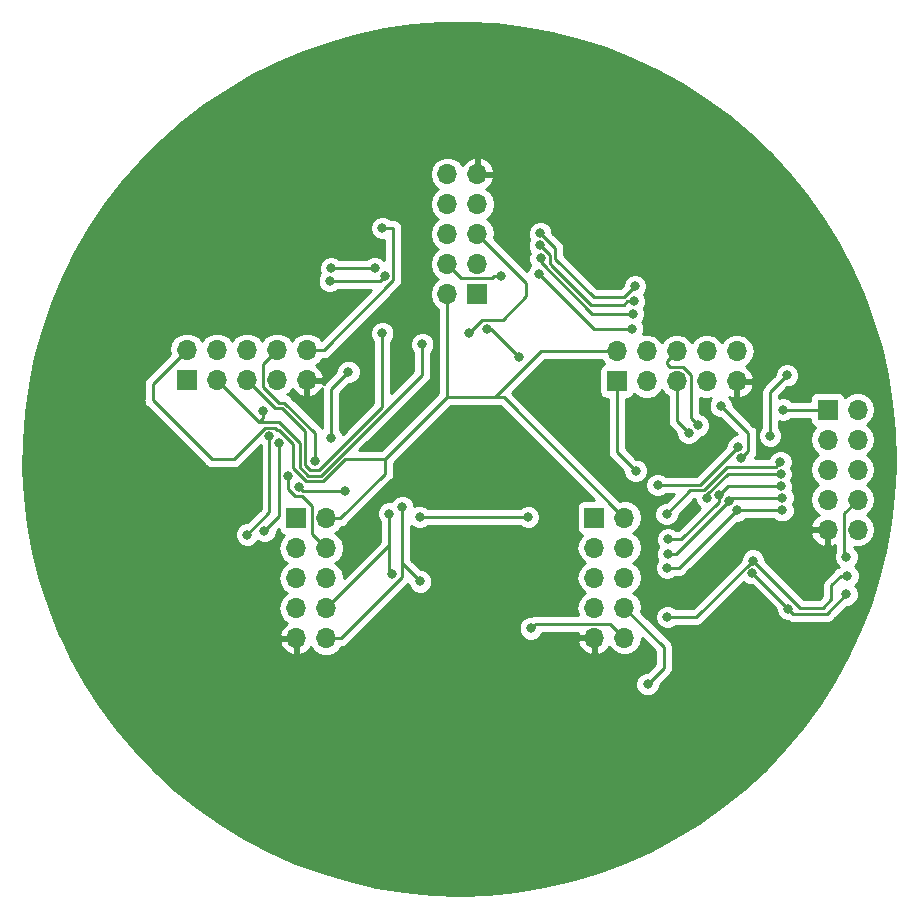
<source format=gbr>
G04 #@! TF.GenerationSoftware,KiCad,Pcbnew,5.0.2-bee76a0~70~ubuntu18.10.1*
G04 #@! TF.CreationDate,2019-05-27T17:13:18+10:00*
G04 #@! TF.ProjectId,mult,6d756c74-2e6b-4696-9361-645f70636258,rev?*
G04 #@! TF.SameCoordinates,Original*
G04 #@! TF.FileFunction,Copper,L2,Bot*
G04 #@! TF.FilePolarity,Positive*
%FSLAX46Y46*%
G04 Gerber Fmt 4.6, Leading zero omitted, Abs format (unit mm)*
G04 Created by KiCad (PCBNEW 5.0.2-bee76a0~70~ubuntu18.10.1) date Mon 27 May 2019 17:13:18 AEST*
%MOMM*%
%LPD*%
G01*
G04 APERTURE LIST*
G04 #@! TA.AperFunction,ComponentPad*
%ADD10R,1.700000X1.700000*%
G04 #@! TD*
G04 #@! TA.AperFunction,ComponentPad*
%ADD11O,1.700000X1.700000*%
G04 #@! TD*
G04 #@! TA.AperFunction,ViaPad*
%ADD12C,0.800000*%
G04 #@! TD*
G04 #@! TA.AperFunction,Conductor*
%ADD13C,0.250000*%
G04 #@! TD*
G04 #@! TA.AperFunction,Conductor*
%ADD14C,0.254000*%
G04 #@! TD*
G04 APERTURE END LIST*
D10*
G04 #@! TO.P,J1,1*
G04 #@! TO.N,TXD*
X93940000Y-58900000D03*
D11*
G04 #@! TO.P,J1,2*
G04 #@! TO.N,RXD*
X96480000Y-58900000D03*
G04 #@! TO.P,J1,3*
G04 #@! TO.N,SCK*
X93940000Y-61440000D03*
G04 #@! TO.P,J1,4*
G04 #@! TO.N,MOSI*
X96480000Y-61440000D03*
G04 #@! TO.P,J1,5*
G04 #@! TO.N,RST*
X93940000Y-63980000D03*
G04 #@! TO.P,J1,6*
G04 #@! TO.N,MISO*
X96480000Y-63980000D03*
G04 #@! TO.P,J1,7*
G04 #@! TO.N,VCC*
X93940000Y-66520000D03*
G04 #@! TO.P,J1,8*
G04 #@! TO.N,SDA*
X96480000Y-66520000D03*
G04 #@! TO.P,J1,9*
G04 #@! TO.N,GND*
X93940000Y-69060000D03*
G04 #@! TO.P,J1,10*
G04 #@! TO.N,SCL*
X96480000Y-69060000D03*
G04 #@! TD*
D10*
G04 #@! TO.P,J2,1*
G04 #@! TO.N,TXD*
X39700000Y-56400000D03*
D11*
G04 #@! TO.P,J2,2*
G04 #@! TO.N,RXD*
X39700000Y-53860000D03*
G04 #@! TO.P,J2,3*
G04 #@! TO.N,SCK*
X42240000Y-56400000D03*
G04 #@! TO.P,J2,4*
G04 #@! TO.N,MOSI*
X42240000Y-53860000D03*
G04 #@! TO.P,J2,5*
G04 #@! TO.N,RST*
X44780000Y-56400000D03*
G04 #@! TO.P,J2,6*
G04 #@! TO.N,MISO*
X44780000Y-53860000D03*
G04 #@! TO.P,J2,7*
G04 #@! TO.N,VCC*
X47320000Y-56400000D03*
G04 #@! TO.P,J2,8*
G04 #@! TO.N,SDA*
X47320000Y-53860000D03*
G04 #@! TO.P,J2,9*
G04 #@! TO.N,GND*
X49860000Y-56400000D03*
G04 #@! TO.P,J2,10*
G04 #@! TO.N,SCL*
X49860000Y-53860000D03*
G04 #@! TD*
D10*
G04 #@! TO.P,J3,1*
G04 #@! TO.N,TXD*
X64300000Y-49120000D03*
D11*
G04 #@! TO.P,J3,2*
G04 #@! TO.N,RXD*
X61760000Y-49120000D03*
G04 #@! TO.P,J3,3*
G04 #@! TO.N,SCK*
X64300000Y-46580000D03*
G04 #@! TO.P,J3,4*
G04 #@! TO.N,MOSI*
X61760000Y-46580000D03*
G04 #@! TO.P,J3,5*
G04 #@! TO.N,RST*
X64300000Y-44040000D03*
G04 #@! TO.P,J3,6*
G04 #@! TO.N,MISO*
X61760000Y-44040000D03*
G04 #@! TO.P,J3,7*
G04 #@! TO.N,VCC*
X64300000Y-41500000D03*
G04 #@! TO.P,J3,8*
G04 #@! TO.N,SDA*
X61760000Y-41500000D03*
G04 #@! TO.P,J3,9*
G04 #@! TO.N,GND*
X64300000Y-38960000D03*
G04 #@! TO.P,J3,10*
G04 #@! TO.N,SCL*
X61760000Y-38960000D03*
G04 #@! TD*
G04 #@! TO.P,J4,10*
G04 #@! TO.N,SCL*
X51490000Y-78260000D03*
G04 #@! TO.P,J4,9*
G04 #@! TO.N,GND*
X48950000Y-78260000D03*
G04 #@! TO.P,J4,8*
G04 #@! TO.N,SDA*
X51490000Y-75720000D03*
G04 #@! TO.P,J4,7*
G04 #@! TO.N,VCC*
X48950000Y-75720000D03*
G04 #@! TO.P,J4,6*
G04 #@! TO.N,MISO*
X51490000Y-73180000D03*
G04 #@! TO.P,J4,5*
G04 #@! TO.N,RST*
X48950000Y-73180000D03*
G04 #@! TO.P,J4,4*
G04 #@! TO.N,MOSI*
X51490000Y-70640000D03*
G04 #@! TO.P,J4,3*
G04 #@! TO.N,SCK*
X48950000Y-70640000D03*
G04 #@! TO.P,J4,2*
G04 #@! TO.N,RXD*
X51490000Y-68100000D03*
D10*
G04 #@! TO.P,J4,1*
G04 #@! TO.N,TXD*
X48950000Y-68100000D03*
G04 #@! TD*
D11*
G04 #@! TO.P,J5,10*
G04 #@! TO.N,SCL*
X76740000Y-78210000D03*
G04 #@! TO.P,J5,9*
G04 #@! TO.N,GND*
X74200000Y-78210000D03*
G04 #@! TO.P,J5,8*
G04 #@! TO.N,SDA*
X76740000Y-75670000D03*
G04 #@! TO.P,J5,7*
G04 #@! TO.N,VCC*
X74200000Y-75670000D03*
G04 #@! TO.P,J5,6*
G04 #@! TO.N,MISO*
X76740000Y-73130000D03*
G04 #@! TO.P,J5,5*
G04 #@! TO.N,RST*
X74200000Y-73130000D03*
G04 #@! TO.P,J5,4*
G04 #@! TO.N,MOSI*
X76740000Y-70590000D03*
G04 #@! TO.P,J5,3*
G04 #@! TO.N,SCK*
X74200000Y-70590000D03*
G04 #@! TO.P,J5,2*
G04 #@! TO.N,RXD*
X76740000Y-68050000D03*
D10*
G04 #@! TO.P,J5,1*
G04 #@! TO.N,TXD*
X74200000Y-68050000D03*
G04 #@! TD*
G04 #@! TO.P,J6,1*
G04 #@! TO.N,TXD*
X76090000Y-56500000D03*
D11*
G04 #@! TO.P,J6,2*
G04 #@! TO.N,RXD*
X76090000Y-53960000D03*
G04 #@! TO.P,J6,3*
G04 #@! TO.N,SCK*
X78630000Y-56500000D03*
G04 #@! TO.P,J6,4*
G04 #@! TO.N,MOSI*
X78630000Y-53960000D03*
G04 #@! TO.P,J6,5*
G04 #@! TO.N,RST*
X81170000Y-56500000D03*
G04 #@! TO.P,J6,6*
G04 #@! TO.N,MISO*
X81170000Y-53960000D03*
G04 #@! TO.P,J6,7*
G04 #@! TO.N,VCC*
X83710000Y-56500000D03*
G04 #@! TO.P,J6,8*
G04 #@! TO.N,SDA*
X83710000Y-53960000D03*
G04 #@! TO.P,J6,9*
G04 #@! TO.N,GND*
X86250000Y-56500000D03*
G04 #@! TO.P,J6,10*
G04 #@! TO.N,SCL*
X86250000Y-53960000D03*
G04 #@! TD*
D12*
G04 #@! TO.N,TXD*
X67850000Y-54450000D03*
X65130000Y-52060000D03*
X59420000Y-68000000D03*
X68590000Y-68000000D03*
X79560000Y-65280000D03*
X77700000Y-64080000D03*
X86398855Y-62037731D03*
X90160000Y-58900000D03*
G04 #@! TO.N,RXD*
X80310000Y-67750000D03*
X89957340Y-63337340D03*
G04 #@! TO.N,SCK*
X59620000Y-53370000D03*
X77454999Y-50784999D03*
X46270000Y-69170000D03*
X47520000Y-61730000D03*
X46130000Y-58980000D03*
X89970000Y-64350000D03*
X83750114Y-66392863D03*
X69647340Y-46092660D03*
G04 #@! TO.N,MOSI*
X51900000Y-46940000D03*
X55610000Y-46910000D03*
X48295010Y-64533078D03*
X80430000Y-69890000D03*
X89981441Y-65378286D03*
X84724722Y-66168893D03*
X77400000Y-52070000D03*
X69540000Y-47410000D03*
X66260000Y-47570000D03*
G04 #@! TO.N,RST*
X63620000Y-52430000D03*
X56240000Y-52450000D03*
X44820000Y-69480000D03*
X46692942Y-61143406D03*
X80430000Y-71110000D03*
X90110000Y-66370000D03*
X82171219Y-60857315D03*
X85585744Y-66677485D03*
X77640000Y-48440000D03*
X69610000Y-43970000D03*
G04 #@! TO.N,MISO*
X51800000Y-48000000D03*
X56450000Y-47620000D03*
X53090000Y-65760000D03*
X49176111Y-65437256D03*
X80350000Y-72280000D03*
X90110000Y-67420000D03*
X82950000Y-60230000D03*
X86241142Y-67432785D03*
X77560000Y-49740000D03*
X69580000Y-45000000D03*
G04 #@! TO.N,SDA*
X50560000Y-63290000D03*
X56820000Y-67700000D03*
X57060000Y-72840000D03*
X78700000Y-82150000D03*
X95540000Y-71350000D03*
X95540000Y-74550000D03*
X84910000Y-58580000D03*
X86654990Y-63004384D03*
X87567660Y-72757660D03*
X90589040Y-75786531D03*
G04 #@! TO.N,SCL*
X56250000Y-43530000D03*
X53380000Y-55700000D03*
X51900000Y-61320000D03*
X57930000Y-67150000D03*
X59450000Y-73450000D03*
X68822949Y-77420531D03*
X80390000Y-76460000D03*
X90510000Y-55990000D03*
X89080000Y-61130000D03*
X95630000Y-72960000D03*
X87620000Y-71680000D03*
G04 #@! TD*
D13*
G04 #@! TO.N,TXD*
X67850000Y-54450000D02*
X65460000Y-52060000D01*
X65460000Y-52060000D02*
X65130000Y-52060000D01*
X59420000Y-68000000D02*
X68590000Y-68000000D01*
X76090000Y-62470000D02*
X76090000Y-56500000D01*
X77700000Y-64080000D02*
X76090000Y-62470000D01*
X83156586Y-65280000D02*
X85998856Y-62437730D01*
X85998856Y-62437730D02*
X86398855Y-62037731D01*
X79560000Y-65280000D02*
X83156586Y-65280000D01*
X90725685Y-58900000D02*
X93940000Y-58900000D01*
X90160000Y-58900000D02*
X90725685Y-58900000D01*
G04 #@! TO.N,RXD*
X61760000Y-57830000D02*
X61760000Y-49120000D01*
X69670000Y-53960000D02*
X76090000Y-53960000D01*
X65800000Y-57830000D02*
X69670000Y-53960000D01*
X65640000Y-57830000D02*
X66520000Y-57830000D01*
X61760000Y-57830000D02*
X65640000Y-57830000D01*
X66520000Y-57830000D02*
X76740000Y-68050000D01*
X65640000Y-57830000D02*
X65800000Y-57830000D01*
X52692081Y-68100000D02*
X56480011Y-64312070D01*
X56480011Y-64312070D02*
X56480011Y-63109989D01*
X51490000Y-68100000D02*
X52692081Y-68100000D01*
X56480011Y-63109989D02*
X61760000Y-57830000D01*
X47321999Y-60615001D02*
X47478005Y-60615001D01*
X39700000Y-53860000D02*
X36790000Y-56770000D01*
X46344940Y-60418404D02*
X47125402Y-60418404D01*
X48643012Y-61780008D02*
X48643012Y-63808076D01*
X48643012Y-63808076D02*
X49789960Y-64955024D01*
X47125402Y-60418404D02*
X47321999Y-60615001D01*
X41799989Y-63109989D02*
X43653355Y-63109989D01*
X36790000Y-56770000D02*
X36790000Y-58100000D01*
X49789960Y-64955024D02*
X51240802Y-64955024D01*
X36790000Y-58100000D02*
X41799989Y-63109989D01*
X43653355Y-63109989D02*
X46344940Y-60418404D01*
X47478005Y-60615001D02*
X48643012Y-61780008D01*
X51240802Y-64955024D02*
X53085837Y-63109989D01*
X53085837Y-63109989D02*
X56480011Y-63109989D01*
X82329989Y-65730011D02*
X83456400Y-65730011D01*
X85449072Y-63737339D02*
X89557341Y-63737339D01*
X89557341Y-63737339D02*
X89957340Y-63337340D01*
X83456400Y-65730011D02*
X85449072Y-63737339D01*
X80310000Y-67750000D02*
X82329989Y-65730011D01*
G04 #@! TO.N,SCK*
X47520000Y-67920000D02*
X47520000Y-61730000D01*
X46270000Y-69170000D02*
X47520000Y-67920000D01*
X49264987Y-61765572D02*
X49264987Y-63793640D01*
X47467808Y-59968393D02*
X49264987Y-61765572D01*
X59620000Y-53935685D02*
X59620000Y-53370000D01*
X42240000Y-56400000D02*
X45808393Y-59968393D01*
X49264987Y-63793640D02*
X49976360Y-64505013D01*
X45808393Y-59968393D02*
X47467808Y-59968393D01*
X59620000Y-55939415D02*
X59620000Y-53935685D01*
X49976360Y-64505013D02*
X51054402Y-64505013D01*
X51054402Y-64505013D02*
X59620000Y-55939415D01*
X46130000Y-59646786D02*
X46130000Y-58980000D01*
X45808393Y-59968393D02*
X46130000Y-59646786D01*
X83750114Y-66077268D02*
X83750114Y-66392863D01*
X85477382Y-64350000D02*
X83750114Y-66077268D01*
X89970000Y-64350000D02*
X85477382Y-64350000D01*
X69647340Y-46444336D02*
X69647340Y-46092660D01*
X73988003Y-50784999D02*
X69647340Y-46444336D01*
X77454999Y-50784999D02*
X73988003Y-50784999D01*
G04 #@! TO.N,MOSI*
X55580000Y-46940000D02*
X55610000Y-46910000D01*
X51900000Y-46940000D02*
X55580000Y-46940000D01*
X49450011Y-66210011D02*
X48884326Y-66210011D01*
X50314999Y-67074999D02*
X49450011Y-66210011D01*
X48884326Y-66210011D02*
X48295010Y-65620695D01*
X50314999Y-69464999D02*
X50314999Y-67074999D01*
X51490000Y-70640000D02*
X50314999Y-69464999D01*
X48295010Y-65098763D02*
X48295010Y-64533078D01*
X48295010Y-65620695D02*
X48295010Y-65098763D01*
X89981441Y-65378286D02*
X85515329Y-65378286D01*
X85515329Y-65378286D02*
X85124721Y-65768894D01*
X85124721Y-65768894D02*
X84724722Y-66168893D01*
X84724722Y-66734578D02*
X84724722Y-66168893D01*
X80430000Y-69890000D02*
X81569300Y-69890000D01*
X81569300Y-69890000D02*
X84724722Y-66734578D01*
X74200000Y-52070000D02*
X69540000Y-47410000D01*
X77400000Y-52070000D02*
X74200000Y-52070000D01*
X62609999Y-47429999D02*
X61760000Y-46580000D01*
X65509314Y-47755001D02*
X62935001Y-47755001D01*
X62935001Y-47755001D02*
X62609999Y-47429999D01*
X65694315Y-47570000D02*
X65509314Y-47755001D01*
X66260000Y-47570000D02*
X65694315Y-47570000D01*
G04 #@! TO.N,RST*
X63620000Y-52430000D02*
X64715002Y-51334998D01*
X65149999Y-44889999D02*
X64300000Y-44040000D01*
X68440000Y-48180000D02*
X65149999Y-44889999D01*
X66425002Y-51334998D02*
X68440000Y-49320000D01*
X68440000Y-49320000D02*
X68440000Y-48180000D01*
X64715002Y-51334998D02*
X66425002Y-51334998D01*
X44820000Y-69480000D02*
X46692942Y-67607058D01*
X46692942Y-67607058D02*
X46692942Y-61709091D01*
X46692942Y-61709091D02*
X46692942Y-61143406D01*
X45629999Y-57249999D02*
X44780000Y-56400000D01*
X49714998Y-63607240D02*
X49714998Y-60711996D01*
X47144999Y-58764999D02*
X45629999Y-57249999D01*
X47768001Y-58764999D02*
X47144999Y-58764999D01*
X50868002Y-64055002D02*
X50162760Y-64055002D01*
X56240000Y-52450000D02*
X56240000Y-58683004D01*
X49714998Y-60711996D02*
X47768001Y-58764999D01*
X50162760Y-64055002D02*
X49714998Y-63607240D01*
X56240000Y-58683004D02*
X50868002Y-64055002D01*
X81170000Y-59856096D02*
X81771220Y-60457316D01*
X81771220Y-60457316D02*
X82171219Y-60857315D01*
X81170000Y-56500000D02*
X81170000Y-59856096D01*
X81153229Y-71110000D02*
X85185745Y-67077484D01*
X90110000Y-66370000D02*
X85893229Y-66370000D01*
X85893229Y-66370000D02*
X85585744Y-66677485D01*
X85185745Y-67077484D02*
X85585744Y-66677485D01*
X80430000Y-71110000D02*
X81153229Y-71110000D01*
X77640000Y-48440000D02*
X76690000Y-49390000D01*
X76690000Y-49390000D02*
X74130000Y-49390000D01*
X74130000Y-49390000D02*
X70880000Y-46140000D01*
X70880000Y-46140000D02*
X70880000Y-45240000D01*
X70880000Y-45240000D02*
X69610000Y-43970000D01*
G04 #@! TO.N,MISO*
X56070000Y-48000000D02*
X56450000Y-47620000D01*
X51800000Y-48000000D02*
X56070000Y-48000000D01*
X53090000Y-65760000D02*
X49498855Y-65760000D01*
X49498855Y-65760000D02*
X49176111Y-65437256D01*
X82345001Y-59625001D02*
X82950000Y-60230000D01*
X80320001Y-55039001D02*
X80605999Y-55324999D01*
X81734001Y-55324999D02*
X82345001Y-55935999D01*
X82345001Y-55935999D02*
X82345001Y-59625001D01*
X80320001Y-54809999D02*
X80320001Y-55039001D01*
X81170000Y-53960000D02*
X80320001Y-54809999D01*
X80605999Y-55324999D02*
X81734001Y-55324999D01*
X80350000Y-72280000D02*
X81393927Y-72280000D01*
X81393927Y-72280000D02*
X85841143Y-67832784D01*
X85841143Y-67832784D02*
X86241142Y-67432785D01*
X86253927Y-67420000D02*
X86241142Y-67432785D01*
X90110000Y-67420000D02*
X86253927Y-67420000D01*
X69979999Y-45399999D02*
X69580000Y-45000000D01*
X70410000Y-46530585D02*
X70410000Y-45830000D01*
X73880000Y-50020000D02*
X70635013Y-46775013D01*
X70410000Y-45830000D02*
X69979999Y-45399999D01*
X77560000Y-49740000D02*
X76994315Y-49740000D01*
X70635013Y-46775013D02*
X70635013Y-46755598D01*
X70635013Y-46755598D02*
X70410000Y-46530585D01*
X76994315Y-49740000D02*
X76714315Y-50020000D01*
X76714315Y-50020000D02*
X73880000Y-50020000D01*
G04 #@! TO.N,SDA*
X56820000Y-70390000D02*
X51490000Y-75720000D01*
X56820000Y-67700000D02*
X56820000Y-70390000D01*
X46144999Y-56964001D02*
X47495986Y-58314988D01*
X47495986Y-58314988D02*
X47954401Y-58314988D01*
X47954401Y-58314988D02*
X50560000Y-60920587D01*
X50560000Y-60920587D02*
X50560000Y-62724315D01*
X46144999Y-55035001D02*
X46144999Y-56964001D01*
X47320000Y-53860000D02*
X46144999Y-55035001D01*
X50560000Y-62724315D02*
X50560000Y-63290000D01*
X56820000Y-72600000D02*
X57060000Y-72840000D01*
X56820000Y-70390000D02*
X56820000Y-72600000D01*
X78700000Y-82150000D02*
X80090000Y-80760000D01*
X80090000Y-79020000D02*
X76740000Y-75670000D01*
X80090000Y-80760000D02*
X80090000Y-79020000D01*
X95304999Y-71114999D02*
X95540000Y-71350000D01*
X96480000Y-66520000D02*
X95304999Y-67695001D01*
X95304999Y-67695001D02*
X95304999Y-71114999D01*
X87229999Y-60879999D02*
X87229999Y-62429375D01*
X87054989Y-62604385D02*
X86654990Y-63004384D01*
X87229999Y-62429375D02*
X87054989Y-62604385D01*
X87209999Y-60879999D02*
X87229999Y-60879999D01*
X84910000Y-58580000D02*
X87209999Y-60879999D01*
X90589040Y-75779040D02*
X90589040Y-75786531D01*
X95540000Y-74550000D02*
X93903470Y-76186530D01*
X90989039Y-76186530D02*
X90589040Y-75786531D01*
X93903470Y-76186530D02*
X90989039Y-76186530D01*
X87567660Y-72757660D02*
X90589040Y-75779040D01*
G04 #@! TO.N,SCL*
X51283004Y-53860000D02*
X57175002Y-47968002D01*
X57175002Y-47968002D02*
X57175002Y-43544998D01*
X49860000Y-53860000D02*
X51283004Y-53860000D01*
X57175002Y-43544998D02*
X56264998Y-43544998D01*
X56264998Y-43544998D02*
X56250000Y-43530000D01*
X53380000Y-55700000D02*
X51900000Y-57180000D01*
X51900000Y-57180000D02*
X51900000Y-61320000D01*
X57930000Y-67150000D02*
X57930000Y-71820000D01*
X57930000Y-71820000D02*
X57930000Y-71930000D01*
X57930000Y-71930000D02*
X59450000Y-73450000D01*
X57930000Y-73043004D02*
X52713004Y-78260000D01*
X52692081Y-78260000D02*
X51490000Y-78260000D01*
X57930000Y-71820000D02*
X57930000Y-73043004D01*
X52713004Y-78260000D02*
X52692081Y-78260000D01*
X76740000Y-78210000D02*
X75550532Y-77020532D01*
X75550532Y-77020532D02*
X69222948Y-77020532D01*
X69222948Y-77020532D02*
X68822949Y-77420531D01*
X90510000Y-55990000D02*
X89080000Y-57420000D01*
X89080000Y-57420000D02*
X89080000Y-61130000D01*
X95064315Y-72960000D02*
X94254315Y-73770000D01*
X95630000Y-72960000D02*
X95064315Y-72960000D01*
X82840000Y-76460000D02*
X87620000Y-71680000D01*
X80390000Y-76460000D02*
X82840000Y-76460000D01*
X94254315Y-73770000D02*
X94254315Y-74975685D01*
X94254315Y-74975685D02*
X93520000Y-75710000D01*
X91650000Y-75710000D02*
X87620000Y-71680000D01*
X93520000Y-75710000D02*
X91650000Y-75710000D01*
G04 #@! TD*
D14*
G04 #@! TO.N,GND*
G36*
X65902192Y-26294871D02*
X68268392Y-26574929D01*
X70611587Y-27007100D01*
X72922009Y-27589582D01*
X75190027Y-28319946D01*
X77406185Y-29195149D01*
X79561245Y-30211541D01*
X81646223Y-31364886D01*
X83652426Y-32650375D01*
X85571493Y-34062649D01*
X87395422Y-35595822D01*
X89116610Y-37243501D01*
X90727882Y-38998819D01*
X92222521Y-40854456D01*
X93594296Y-42802678D01*
X94837489Y-44835363D01*
X95946916Y-46944038D01*
X96917953Y-49119911D01*
X97746552Y-51353911D01*
X98429259Y-53636727D01*
X98963227Y-55958841D01*
X99346231Y-58310573D01*
X99576674Y-60682120D01*
X99653595Y-63063594D01*
X99646794Y-63772049D01*
X99524169Y-66151607D01*
X99248241Y-68518293D01*
X98820160Y-70862239D01*
X98241712Y-73173674D01*
X97515307Y-75442963D01*
X96643973Y-77660645D01*
X95631344Y-79817476D01*
X94481640Y-81904463D01*
X93199654Y-83912907D01*
X91790731Y-85834436D01*
X90260744Y-87661038D01*
X88616072Y-89385100D01*
X86863569Y-90999433D01*
X85010543Y-92497308D01*
X83064718Y-93872481D01*
X81034206Y-95119220D01*
X78927471Y-96232325D01*
X76753296Y-97207159D01*
X74520745Y-98039656D01*
X72239124Y-98726345D01*
X69917946Y-99264366D01*
X67566886Y-99651474D01*
X65195745Y-99886055D01*
X62814409Y-99967133D01*
X60432804Y-99894368D01*
X58060859Y-99668065D01*
X55708462Y-99289166D01*
X53385420Y-98759251D01*
X51101416Y-98080530D01*
X48865972Y-97255831D01*
X46688408Y-96288593D01*
X44577800Y-95182848D01*
X42542949Y-93943205D01*
X40592335Y-92574833D01*
X38734092Y-91083435D01*
X36975965Y-89475229D01*
X35325284Y-87756919D01*
X33788931Y-85935668D01*
X32373309Y-84019070D01*
X31084320Y-82015112D01*
X29927338Y-79932151D01*
X29304213Y-78616890D01*
X47508524Y-78616890D01*
X47678355Y-79026924D01*
X48068642Y-79455183D01*
X48593108Y-79701486D01*
X48823000Y-79580819D01*
X48823000Y-78387000D01*
X47629845Y-78387000D01*
X47508524Y-78616890D01*
X29304213Y-78616890D01*
X28907186Y-77778868D01*
X28028117Y-75564241D01*
X27293795Y-73297502D01*
X26707282Y-70988100D01*
X26271022Y-68645662D01*
X25986834Y-66279954D01*
X25855904Y-63900838D01*
X25878776Y-61518232D01*
X26055355Y-59142068D01*
X26384906Y-56782252D01*
X26387432Y-56770000D01*
X36015112Y-56770000D01*
X36030000Y-56844847D01*
X36030001Y-58025149D01*
X36015112Y-58100000D01*
X36030001Y-58174852D01*
X36074097Y-58396537D01*
X36242072Y-58647929D01*
X36305528Y-58690329D01*
X41209662Y-63594465D01*
X41252060Y-63657918D01*
X41315513Y-63700316D01*
X41315515Y-63700318D01*
X41422869Y-63772049D01*
X41503452Y-63825893D01*
X41725137Y-63869989D01*
X41725141Y-63869989D01*
X41799988Y-63884877D01*
X41874835Y-63869989D01*
X43578508Y-63869989D01*
X43653355Y-63884877D01*
X43728202Y-63869989D01*
X43728207Y-63869989D01*
X43949892Y-63825893D01*
X44201284Y-63657918D01*
X44243686Y-63594459D01*
X45932943Y-61905203D01*
X45932942Y-67292256D01*
X44780199Y-68445000D01*
X44614126Y-68445000D01*
X44233720Y-68602569D01*
X43942569Y-68893720D01*
X43785000Y-69274126D01*
X43785000Y-69685874D01*
X43942569Y-70066280D01*
X44233720Y-70357431D01*
X44614126Y-70515000D01*
X45025874Y-70515000D01*
X45406280Y-70357431D01*
X45697431Y-70066280D01*
X45702087Y-70055039D01*
X46064126Y-70205000D01*
X46475874Y-70205000D01*
X46856280Y-70047431D01*
X47147431Y-69756280D01*
X47305000Y-69375874D01*
X47305000Y-69209801D01*
X47471182Y-69043620D01*
X47501843Y-69197765D01*
X47642191Y-69407809D01*
X47852235Y-69548157D01*
X47897619Y-69557184D01*
X47879375Y-69569375D01*
X47551161Y-70060582D01*
X47435908Y-70640000D01*
X47551161Y-71219418D01*
X47879375Y-71710625D01*
X48177761Y-71910000D01*
X47879375Y-72109375D01*
X47551161Y-72600582D01*
X47435908Y-73180000D01*
X47551161Y-73759418D01*
X47879375Y-74250625D01*
X48177761Y-74450000D01*
X47879375Y-74649375D01*
X47551161Y-75140582D01*
X47435908Y-75720000D01*
X47551161Y-76299418D01*
X47879375Y-76790625D01*
X48198478Y-77003843D01*
X48068642Y-77064817D01*
X47678355Y-77493076D01*
X47508524Y-77903110D01*
X47629845Y-78133000D01*
X48823000Y-78133000D01*
X48823000Y-78113000D01*
X49077000Y-78113000D01*
X49077000Y-78133000D01*
X49097000Y-78133000D01*
X49097000Y-78387000D01*
X49077000Y-78387000D01*
X49077000Y-79580819D01*
X49306892Y-79701486D01*
X49831358Y-79455183D01*
X50218647Y-79030214D01*
X50419375Y-79330625D01*
X50910582Y-79658839D01*
X51343744Y-79745000D01*
X51636256Y-79745000D01*
X52069418Y-79658839D01*
X52560625Y-79330625D01*
X52765162Y-79024513D01*
X52787851Y-79020000D01*
X52787856Y-79020000D01*
X53009541Y-78975904D01*
X53260933Y-78807929D01*
X53303335Y-78744470D01*
X53480915Y-78566890D01*
X72758524Y-78566890D01*
X72928355Y-78976924D01*
X73318642Y-79405183D01*
X73843108Y-79651486D01*
X74073000Y-79530819D01*
X74073000Y-78337000D01*
X72879845Y-78337000D01*
X72758524Y-78566890D01*
X53480915Y-78566890D01*
X58414476Y-73633331D01*
X58415000Y-73632981D01*
X58415000Y-73655874D01*
X58572569Y-74036280D01*
X58863720Y-74327431D01*
X59244126Y-74485000D01*
X59655874Y-74485000D01*
X60036280Y-74327431D01*
X60327431Y-74036280D01*
X60485000Y-73655874D01*
X60485000Y-73244126D01*
X60327431Y-72863720D01*
X60036280Y-72572569D01*
X59655874Y-72415000D01*
X59489802Y-72415000D01*
X58690000Y-71615199D01*
X58690000Y-68733711D01*
X58833720Y-68877431D01*
X59214126Y-69035000D01*
X59625874Y-69035000D01*
X60006280Y-68877431D01*
X60123711Y-68760000D01*
X67886289Y-68760000D01*
X68003720Y-68877431D01*
X68384126Y-69035000D01*
X68795874Y-69035000D01*
X69176280Y-68877431D01*
X69467431Y-68586280D01*
X69625000Y-68205874D01*
X69625000Y-67794126D01*
X69467431Y-67413720D01*
X69176280Y-67122569D01*
X68795874Y-66965000D01*
X68384126Y-66965000D01*
X68003720Y-67122569D01*
X67886289Y-67240000D01*
X60123711Y-67240000D01*
X60006280Y-67122569D01*
X59625874Y-66965000D01*
X59214126Y-66965000D01*
X58965000Y-67068191D01*
X58965000Y-66944126D01*
X58807431Y-66563720D01*
X58516280Y-66272569D01*
X58135874Y-66115000D01*
X57724126Y-66115000D01*
X57343720Y-66272569D01*
X57052569Y-66563720D01*
X57010618Y-66665000D01*
X56614126Y-66665000D01*
X56233720Y-66822569D01*
X55942569Y-67113720D01*
X55785000Y-67494126D01*
X55785000Y-67905874D01*
X55942569Y-68286280D01*
X56060000Y-68403711D01*
X56060001Y-70075196D01*
X52995980Y-73139218D01*
X52888839Y-72600582D01*
X52560625Y-72109375D01*
X52262239Y-71910000D01*
X52560625Y-71710625D01*
X52888839Y-71219418D01*
X53004092Y-70640000D01*
X52888839Y-70060582D01*
X52560625Y-69569375D01*
X52262239Y-69370000D01*
X52560625Y-69170625D01*
X52768369Y-68859714D01*
X52988618Y-68815904D01*
X53240010Y-68647929D01*
X53282412Y-68584470D01*
X56964484Y-64902399D01*
X57027940Y-64859999D01*
X57195915Y-64608607D01*
X57240011Y-64386922D01*
X57240011Y-64386917D01*
X57254899Y-64312070D01*
X57240011Y-64237223D01*
X57240011Y-63424790D01*
X62074802Y-58590000D01*
X65725153Y-58590000D01*
X65800000Y-58604888D01*
X65874847Y-58590000D01*
X66205199Y-58590000D01*
X74167758Y-66552560D01*
X73350000Y-66552560D01*
X73102235Y-66601843D01*
X72892191Y-66742191D01*
X72751843Y-66952235D01*
X72702560Y-67200000D01*
X72702560Y-68900000D01*
X72751843Y-69147765D01*
X72892191Y-69357809D01*
X73102235Y-69498157D01*
X73147619Y-69507184D01*
X73129375Y-69519375D01*
X72801161Y-70010582D01*
X72685908Y-70590000D01*
X72801161Y-71169418D01*
X73129375Y-71660625D01*
X73427761Y-71860000D01*
X73129375Y-72059375D01*
X72801161Y-72550582D01*
X72685908Y-73130000D01*
X72801161Y-73709418D01*
X73129375Y-74200625D01*
X73427761Y-74400000D01*
X73129375Y-74599375D01*
X72801161Y-75090582D01*
X72685908Y-75670000D01*
X72801161Y-76249418D01*
X72808587Y-76260532D01*
X69297794Y-76260532D01*
X69222947Y-76245644D01*
X69148100Y-76260532D01*
X69148096Y-76260532D01*
X68926411Y-76304628D01*
X68805331Y-76385531D01*
X68617075Y-76385531D01*
X68236669Y-76543100D01*
X67945518Y-76834251D01*
X67787949Y-77214657D01*
X67787949Y-77626405D01*
X67945518Y-78006811D01*
X68236669Y-78297962D01*
X68617075Y-78455531D01*
X69028823Y-78455531D01*
X69409229Y-78297962D01*
X69700380Y-78006811D01*
X69794108Y-77780532D01*
X72788585Y-77780532D01*
X72758524Y-77853110D01*
X72879845Y-78083000D01*
X74073000Y-78083000D01*
X74073000Y-78063000D01*
X74327000Y-78063000D01*
X74327000Y-78083000D01*
X74347000Y-78083000D01*
X74347000Y-78337000D01*
X74327000Y-78337000D01*
X74327000Y-79530819D01*
X74556892Y-79651486D01*
X75081358Y-79405183D01*
X75468647Y-78980214D01*
X75669375Y-79280625D01*
X76160582Y-79608839D01*
X76593744Y-79695000D01*
X76886256Y-79695000D01*
X77319418Y-79608839D01*
X77810625Y-79280625D01*
X78138839Y-78789418D01*
X78245980Y-78250782D01*
X79330001Y-79334804D01*
X79330000Y-80445198D01*
X78660199Y-81115000D01*
X78494126Y-81115000D01*
X78113720Y-81272569D01*
X77822569Y-81563720D01*
X77665000Y-81944126D01*
X77665000Y-82355874D01*
X77822569Y-82736280D01*
X78113720Y-83027431D01*
X78494126Y-83185000D01*
X78905874Y-83185000D01*
X79286280Y-83027431D01*
X79577431Y-82736280D01*
X79735000Y-82355874D01*
X79735000Y-82189801D01*
X80574473Y-81350329D01*
X80637929Y-81307929D01*
X80682088Y-81241840D01*
X80805904Y-81056538D01*
X80815480Y-81008395D01*
X80850000Y-80834852D01*
X80850000Y-80834848D01*
X80864888Y-80760000D01*
X80850000Y-80685152D01*
X80850000Y-79094846D01*
X80864888Y-79019999D01*
X80850000Y-78945152D01*
X80850000Y-78945148D01*
X80805904Y-78723463D01*
X80734694Y-78616890D01*
X80680329Y-78535526D01*
X80680327Y-78535524D01*
X80637929Y-78472071D01*
X80574476Y-78429673D01*
X78398928Y-76254126D01*
X79355000Y-76254126D01*
X79355000Y-76665874D01*
X79512569Y-77046280D01*
X79803720Y-77337431D01*
X80184126Y-77495000D01*
X80595874Y-77495000D01*
X80976280Y-77337431D01*
X81093711Y-77220000D01*
X82765153Y-77220000D01*
X82840000Y-77234888D01*
X82914847Y-77220000D01*
X82914852Y-77220000D01*
X83136537Y-77175904D01*
X83387929Y-77007929D01*
X83430331Y-76944470D01*
X86860545Y-73514256D01*
X86981380Y-73635091D01*
X87361786Y-73792660D01*
X87527859Y-73792660D01*
X89554040Y-75818842D01*
X89554040Y-75992405D01*
X89711609Y-76372811D01*
X90002760Y-76663962D01*
X90383166Y-76821531D01*
X90571422Y-76821531D01*
X90692502Y-76902434D01*
X90914187Y-76946530D01*
X90914191Y-76946530D01*
X90989038Y-76961418D01*
X91063885Y-76946530D01*
X93828623Y-76946530D01*
X93903470Y-76961418D01*
X93978317Y-76946530D01*
X93978322Y-76946530D01*
X94200007Y-76902434D01*
X94451399Y-76734459D01*
X94493801Y-76671000D01*
X95579802Y-75585000D01*
X95745874Y-75585000D01*
X96126280Y-75427431D01*
X96417431Y-75136280D01*
X96575000Y-74755874D01*
X96575000Y-74344126D01*
X96417431Y-73963720D01*
X96253711Y-73800000D01*
X96507431Y-73546280D01*
X96665000Y-73165874D01*
X96665000Y-72754126D01*
X96507431Y-72373720D01*
X96243711Y-72110000D01*
X96417431Y-71936280D01*
X96575000Y-71555874D01*
X96575000Y-71144126D01*
X96417431Y-70763720D01*
X96165182Y-70511471D01*
X96333744Y-70545000D01*
X96626256Y-70545000D01*
X97059418Y-70458839D01*
X97550625Y-70130625D01*
X97878839Y-69639418D01*
X97994092Y-69060000D01*
X97878839Y-68480582D01*
X97550625Y-67989375D01*
X97252239Y-67790000D01*
X97550625Y-67590625D01*
X97878839Y-67099418D01*
X97994092Y-66520000D01*
X97878839Y-65940582D01*
X97550625Y-65449375D01*
X97252239Y-65250000D01*
X97550625Y-65050625D01*
X97878839Y-64559418D01*
X97994092Y-63980000D01*
X97878839Y-63400582D01*
X97550625Y-62909375D01*
X97252239Y-62710000D01*
X97550625Y-62510625D01*
X97878839Y-62019418D01*
X97994092Y-61440000D01*
X97878839Y-60860582D01*
X97550625Y-60369375D01*
X97252239Y-60170000D01*
X97550625Y-59970625D01*
X97878839Y-59479418D01*
X97994092Y-58900000D01*
X97878839Y-58320582D01*
X97550625Y-57829375D01*
X97059418Y-57501161D01*
X96626256Y-57415000D01*
X96333744Y-57415000D01*
X95900582Y-57501161D01*
X95409375Y-57829375D01*
X95397184Y-57847619D01*
X95388157Y-57802235D01*
X95247809Y-57592191D01*
X95037765Y-57451843D01*
X94790000Y-57402560D01*
X93090000Y-57402560D01*
X92842235Y-57451843D01*
X92632191Y-57592191D01*
X92491843Y-57802235D01*
X92442560Y-58050000D01*
X92442560Y-58140000D01*
X90863711Y-58140000D01*
X90746280Y-58022569D01*
X90365874Y-57865000D01*
X89954126Y-57865000D01*
X89840000Y-57912272D01*
X89840000Y-57734801D01*
X90549802Y-57025000D01*
X90715874Y-57025000D01*
X91096280Y-56867431D01*
X91387431Y-56576280D01*
X91545000Y-56195874D01*
X91545000Y-55784126D01*
X91387431Y-55403720D01*
X91096280Y-55112569D01*
X90715874Y-54955000D01*
X90304126Y-54955000D01*
X89923720Y-55112569D01*
X89632569Y-55403720D01*
X89475000Y-55784126D01*
X89475000Y-55950198D01*
X88595530Y-56829669D01*
X88532071Y-56872071D01*
X88364096Y-57123464D01*
X88320000Y-57345149D01*
X88320000Y-57345153D01*
X88305112Y-57420000D01*
X88320000Y-57494847D01*
X88320001Y-60426288D01*
X88202569Y-60543720D01*
X88045000Y-60924126D01*
X88045000Y-61335874D01*
X88202569Y-61716280D01*
X88493720Y-62007431D01*
X88874126Y-62165000D01*
X89285874Y-62165000D01*
X89666280Y-62007431D01*
X89957431Y-61716280D01*
X90115000Y-61335874D01*
X90115000Y-60924126D01*
X89957431Y-60543720D01*
X89840000Y-60426289D01*
X89840000Y-59887728D01*
X89954126Y-59935000D01*
X90365874Y-59935000D01*
X90746280Y-59777431D01*
X90863711Y-59660000D01*
X92442560Y-59660000D01*
X92442560Y-59750000D01*
X92491843Y-59997765D01*
X92632191Y-60207809D01*
X92842235Y-60348157D01*
X92887619Y-60357184D01*
X92869375Y-60369375D01*
X92541161Y-60860582D01*
X92425908Y-61440000D01*
X92541161Y-62019418D01*
X92869375Y-62510625D01*
X93167761Y-62710000D01*
X92869375Y-62909375D01*
X92541161Y-63400582D01*
X92425908Y-63980000D01*
X92541161Y-64559418D01*
X92869375Y-65050625D01*
X93167761Y-65250000D01*
X92869375Y-65449375D01*
X92541161Y-65940582D01*
X92425908Y-66520000D01*
X92541161Y-67099418D01*
X92869375Y-67590625D01*
X93188478Y-67803843D01*
X93058642Y-67864817D01*
X92668355Y-68293076D01*
X92498524Y-68703110D01*
X92619845Y-68933000D01*
X93813000Y-68933000D01*
X93813000Y-68913000D01*
X94067000Y-68913000D01*
X94067000Y-68933000D01*
X94087000Y-68933000D01*
X94087000Y-69187000D01*
X94067000Y-69187000D01*
X94067000Y-70380819D01*
X94296892Y-70501486D01*
X94545000Y-70384968D01*
X94545000Y-71040147D01*
X94542164Y-71054403D01*
X94505000Y-71144126D01*
X94505000Y-71555874D01*
X94662569Y-71936280D01*
X94926289Y-72200000D01*
X94910603Y-72215686D01*
X94767778Y-72244096D01*
X94516386Y-72412071D01*
X94473986Y-72475527D01*
X93769845Y-73179669D01*
X93706386Y-73222071D01*
X93538411Y-73473464D01*
X93494315Y-73695149D01*
X93494315Y-73695153D01*
X93479427Y-73770000D01*
X93494315Y-73844847D01*
X93494316Y-74660883D01*
X93205199Y-74950000D01*
X91964802Y-74950000D01*
X88655000Y-71640199D01*
X88655000Y-71474126D01*
X88497431Y-71093720D01*
X88206280Y-70802569D01*
X87825874Y-70645000D01*
X87414126Y-70645000D01*
X87033720Y-70802569D01*
X86742569Y-71093720D01*
X86585000Y-71474126D01*
X86585000Y-71640198D01*
X82525199Y-75700000D01*
X81093711Y-75700000D01*
X80976280Y-75582569D01*
X80595874Y-75425000D01*
X80184126Y-75425000D01*
X79803720Y-75582569D01*
X79512569Y-75873720D01*
X79355000Y-76254126D01*
X78398928Y-76254126D01*
X78181209Y-76036408D01*
X78254092Y-75670000D01*
X78138839Y-75090582D01*
X77810625Y-74599375D01*
X77512239Y-74400000D01*
X77810625Y-74200625D01*
X78138839Y-73709418D01*
X78254092Y-73130000D01*
X78138839Y-72550582D01*
X77810625Y-72059375D01*
X77512239Y-71860000D01*
X77810625Y-71660625D01*
X78138839Y-71169418D01*
X78254092Y-70590000D01*
X78138839Y-70010582D01*
X77810625Y-69519375D01*
X77512239Y-69320000D01*
X77810625Y-69120625D01*
X78138839Y-68629418D01*
X78254092Y-68050000D01*
X78138839Y-67470582D01*
X77810625Y-66979375D01*
X77319418Y-66651161D01*
X76886256Y-66565000D01*
X76593744Y-66565000D01*
X76373593Y-66608791D01*
X67234801Y-57470000D01*
X69984803Y-54720000D01*
X74811822Y-54720000D01*
X75019375Y-55030625D01*
X75037619Y-55042816D01*
X74992235Y-55051843D01*
X74782191Y-55192191D01*
X74641843Y-55402235D01*
X74592560Y-55650000D01*
X74592560Y-57350000D01*
X74641843Y-57597765D01*
X74782191Y-57807809D01*
X74992235Y-57948157D01*
X75240000Y-57997440D01*
X75330001Y-57997440D01*
X75330000Y-62395153D01*
X75315112Y-62470000D01*
X75330000Y-62544847D01*
X75330000Y-62544851D01*
X75374096Y-62766536D01*
X75542071Y-63017929D01*
X75605530Y-63060331D01*
X76665000Y-64119802D01*
X76665000Y-64285874D01*
X76822569Y-64666280D01*
X77113720Y-64957431D01*
X77494126Y-65115000D01*
X77905874Y-65115000D01*
X78286280Y-64957431D01*
X78577431Y-64666280D01*
X78735000Y-64285874D01*
X78735000Y-63874126D01*
X78577431Y-63493720D01*
X78286280Y-63202569D01*
X77905874Y-63045000D01*
X77739802Y-63045000D01*
X76850000Y-62155199D01*
X76850000Y-57997440D01*
X76940000Y-57997440D01*
X77187765Y-57948157D01*
X77397809Y-57807809D01*
X77538157Y-57597765D01*
X77547184Y-57552381D01*
X77559375Y-57570625D01*
X78050582Y-57898839D01*
X78483744Y-57985000D01*
X78776256Y-57985000D01*
X79209418Y-57898839D01*
X79700625Y-57570625D01*
X79900000Y-57272239D01*
X80099375Y-57570625D01*
X80410000Y-57778178D01*
X80410001Y-59781244D01*
X80395112Y-59856096D01*
X80454097Y-60152633D01*
X80529132Y-60264930D01*
X80622072Y-60404025D01*
X80685527Y-60446424D01*
X81136219Y-60897118D01*
X81136219Y-61063189D01*
X81293788Y-61443595D01*
X81584939Y-61734746D01*
X81965345Y-61892315D01*
X82377093Y-61892315D01*
X82757499Y-61734746D01*
X83048650Y-61443595D01*
X83122626Y-61265000D01*
X83155874Y-61265000D01*
X83536280Y-61107431D01*
X83827431Y-60816280D01*
X83985000Y-60435874D01*
X83985000Y-60024126D01*
X83827431Y-59643720D01*
X83536280Y-59352569D01*
X83155874Y-59195000D01*
X83105001Y-59195000D01*
X83105001Y-57881746D01*
X83130582Y-57898839D01*
X83563744Y-57985000D01*
X83856256Y-57985000D01*
X84087233Y-57939056D01*
X84032569Y-57993720D01*
X83875000Y-58374126D01*
X83875000Y-58785874D01*
X84032569Y-59166280D01*
X84323720Y-59457431D01*
X84704126Y-59615000D01*
X84870199Y-59615000D01*
X86257929Y-61002731D01*
X86192981Y-61002731D01*
X85812575Y-61160300D01*
X85521424Y-61451451D01*
X85363855Y-61831857D01*
X85363855Y-61997929D01*
X82841785Y-64520000D01*
X80263711Y-64520000D01*
X80146280Y-64402569D01*
X79765874Y-64245000D01*
X79354126Y-64245000D01*
X78973720Y-64402569D01*
X78682569Y-64693720D01*
X78525000Y-65074126D01*
X78525000Y-65485874D01*
X78682569Y-65866280D01*
X78973720Y-66157431D01*
X79354126Y-66315000D01*
X79765874Y-66315000D01*
X80146280Y-66157431D01*
X80263711Y-66040000D01*
X80945198Y-66040000D01*
X80270199Y-66715000D01*
X80104126Y-66715000D01*
X79723720Y-66872569D01*
X79432569Y-67163720D01*
X79275000Y-67544126D01*
X79275000Y-67955874D01*
X79432569Y-68336280D01*
X79723720Y-68627431D01*
X80104126Y-68785000D01*
X80515874Y-68785000D01*
X80896280Y-68627431D01*
X81187431Y-68336280D01*
X81345000Y-67955874D01*
X81345000Y-67789801D01*
X82644791Y-66490011D01*
X82715114Y-66490011D01*
X82715114Y-66598737D01*
X82872683Y-66979143D01*
X83139019Y-67245479D01*
X81254499Y-69130000D01*
X81133711Y-69130000D01*
X81016280Y-69012569D01*
X80635874Y-68855000D01*
X80224126Y-68855000D01*
X79843720Y-69012569D01*
X79552569Y-69303720D01*
X79395000Y-69684126D01*
X79395000Y-70095874D01*
X79552569Y-70476280D01*
X79576289Y-70500000D01*
X79552569Y-70523720D01*
X79395000Y-70904126D01*
X79395000Y-71315874D01*
X79528388Y-71637901D01*
X79472569Y-71693720D01*
X79315000Y-72074126D01*
X79315000Y-72485874D01*
X79472569Y-72866280D01*
X79763720Y-73157431D01*
X80144126Y-73315000D01*
X80555874Y-73315000D01*
X80936280Y-73157431D01*
X81053711Y-73040000D01*
X81319080Y-73040000D01*
X81393927Y-73054888D01*
X81468774Y-73040000D01*
X81468779Y-73040000D01*
X81690464Y-72995904D01*
X81941856Y-72827929D01*
X81984258Y-72764470D01*
X85331838Y-69416890D01*
X92498524Y-69416890D01*
X92668355Y-69826924D01*
X93058642Y-70255183D01*
X93583108Y-70501486D01*
X93813000Y-70380819D01*
X93813000Y-69187000D01*
X92619845Y-69187000D01*
X92498524Y-69416890D01*
X85331838Y-69416890D01*
X86280944Y-68467785D01*
X86447016Y-68467785D01*
X86827422Y-68310216D01*
X86957638Y-68180000D01*
X89406289Y-68180000D01*
X89523720Y-68297431D01*
X89904126Y-68455000D01*
X90315874Y-68455000D01*
X90696280Y-68297431D01*
X90987431Y-68006280D01*
X91145000Y-67625874D01*
X91145000Y-67214126D01*
X91012814Y-66895000D01*
X91145000Y-66575874D01*
X91145000Y-66164126D01*
X90987431Y-65783720D01*
X90949494Y-65745783D01*
X91016441Y-65584160D01*
X91016441Y-65172412D01*
X90883032Y-64850332D01*
X91005000Y-64555874D01*
X91005000Y-64144126D01*
X90874217Y-63828388D01*
X90992340Y-63543214D01*
X90992340Y-63131466D01*
X90834771Y-62751060D01*
X90543620Y-62459909D01*
X90163214Y-62302340D01*
X89751466Y-62302340D01*
X89371060Y-62459909D01*
X89079909Y-62751060D01*
X88986181Y-62977339D01*
X87777876Y-62977339D01*
X87777928Y-62977304D01*
X87945903Y-62725912D01*
X87989999Y-62504227D01*
X87989999Y-62504223D01*
X88004887Y-62429375D01*
X87989999Y-62354527D01*
X87989999Y-60954851D01*
X88004888Y-60879999D01*
X87945903Y-60583462D01*
X87777928Y-60332070D01*
X87654198Y-60249396D01*
X85945000Y-58540199D01*
X85945000Y-58374126D01*
X85787431Y-57993720D01*
X85623531Y-57829820D01*
X85893110Y-57941476D01*
X86123000Y-57820155D01*
X86123000Y-56627000D01*
X86377000Y-56627000D01*
X86377000Y-57820155D01*
X86606890Y-57941476D01*
X87016924Y-57771645D01*
X87445183Y-57381358D01*
X87691486Y-56856892D01*
X87570819Y-56627000D01*
X86377000Y-56627000D01*
X86123000Y-56627000D01*
X86103000Y-56627000D01*
X86103000Y-56373000D01*
X86123000Y-56373000D01*
X86123000Y-56353000D01*
X86377000Y-56353000D01*
X86377000Y-56373000D01*
X87570819Y-56373000D01*
X87691486Y-56143108D01*
X87445183Y-55618642D01*
X87020214Y-55231353D01*
X87320625Y-55030625D01*
X87648839Y-54539418D01*
X87764092Y-53960000D01*
X87648839Y-53380582D01*
X87320625Y-52889375D01*
X86829418Y-52561161D01*
X86396256Y-52475000D01*
X86103744Y-52475000D01*
X85670582Y-52561161D01*
X85179375Y-52889375D01*
X84980000Y-53187761D01*
X84780625Y-52889375D01*
X84289418Y-52561161D01*
X83856256Y-52475000D01*
X83563744Y-52475000D01*
X83130582Y-52561161D01*
X82639375Y-52889375D01*
X82440000Y-53187761D01*
X82240625Y-52889375D01*
X81749418Y-52561161D01*
X81316256Y-52475000D01*
X81023744Y-52475000D01*
X80590582Y-52561161D01*
X80099375Y-52889375D01*
X79900000Y-53187761D01*
X79700625Y-52889375D01*
X79209418Y-52561161D01*
X78776256Y-52475000D01*
X78483744Y-52475000D01*
X78340737Y-52503446D01*
X78435000Y-52275874D01*
X78435000Y-51864126D01*
X78277431Y-51483720D01*
X78248710Y-51454999D01*
X78332430Y-51371279D01*
X78489999Y-50990873D01*
X78489999Y-50579125D01*
X78400546Y-50363165D01*
X78437431Y-50326280D01*
X78595000Y-49945874D01*
X78595000Y-49534126D01*
X78437431Y-49153720D01*
X78413711Y-49130000D01*
X78517431Y-49026280D01*
X78675000Y-48645874D01*
X78675000Y-48234126D01*
X78517431Y-47853720D01*
X78226280Y-47562569D01*
X77845874Y-47405000D01*
X77434126Y-47405000D01*
X77053720Y-47562569D01*
X76762569Y-47853720D01*
X76605000Y-48234126D01*
X76605000Y-48400199D01*
X76375199Y-48630000D01*
X74444802Y-48630000D01*
X71640000Y-45825199D01*
X71640000Y-45314846D01*
X71654888Y-45239999D01*
X71640000Y-45165152D01*
X71640000Y-45165148D01*
X71595904Y-44943463D01*
X71427929Y-44692071D01*
X71364473Y-44649671D01*
X70645000Y-43930199D01*
X70645000Y-43764126D01*
X70487431Y-43383720D01*
X70196280Y-43092569D01*
X69815874Y-42935000D01*
X69404126Y-42935000D01*
X69023720Y-43092569D01*
X68732569Y-43383720D01*
X68575000Y-43764126D01*
X68575000Y-44175874D01*
X68688044Y-44448787D01*
X68545000Y-44794126D01*
X68545000Y-45205874D01*
X68702569Y-45586280D01*
X68726783Y-45610494D01*
X68612340Y-45886786D01*
X68612340Y-46298534D01*
X68769909Y-46678940D01*
X68788629Y-46697660D01*
X68662569Y-46823720D01*
X68514937Y-47180135D01*
X65741209Y-44406408D01*
X65814092Y-44040000D01*
X65698839Y-43460582D01*
X65370625Y-42969375D01*
X65072239Y-42770000D01*
X65370625Y-42570625D01*
X65698839Y-42079418D01*
X65814092Y-41500000D01*
X65698839Y-40920582D01*
X65370625Y-40429375D01*
X65051522Y-40216157D01*
X65181358Y-40155183D01*
X65571645Y-39726924D01*
X65741476Y-39316890D01*
X65620155Y-39087000D01*
X64427000Y-39087000D01*
X64427000Y-39107000D01*
X64173000Y-39107000D01*
X64173000Y-39087000D01*
X64153000Y-39087000D01*
X64153000Y-38833000D01*
X64173000Y-38833000D01*
X64173000Y-37639181D01*
X64427000Y-37639181D01*
X64427000Y-38833000D01*
X65620155Y-38833000D01*
X65741476Y-38603110D01*
X65571645Y-38193076D01*
X65181358Y-37764817D01*
X64656892Y-37518514D01*
X64427000Y-37639181D01*
X64173000Y-37639181D01*
X63943108Y-37518514D01*
X63418642Y-37764817D01*
X63031353Y-38189786D01*
X62830625Y-37889375D01*
X62339418Y-37561161D01*
X61906256Y-37475000D01*
X61613744Y-37475000D01*
X61180582Y-37561161D01*
X60689375Y-37889375D01*
X60361161Y-38380582D01*
X60245908Y-38960000D01*
X60361161Y-39539418D01*
X60689375Y-40030625D01*
X60987761Y-40230000D01*
X60689375Y-40429375D01*
X60361161Y-40920582D01*
X60245908Y-41500000D01*
X60361161Y-42079418D01*
X60689375Y-42570625D01*
X60987761Y-42770000D01*
X60689375Y-42969375D01*
X60361161Y-43460582D01*
X60245908Y-44040000D01*
X60361161Y-44619418D01*
X60689375Y-45110625D01*
X60987761Y-45310000D01*
X60689375Y-45509375D01*
X60361161Y-46000582D01*
X60245908Y-46580000D01*
X60361161Y-47159418D01*
X60689375Y-47650625D01*
X60987761Y-47850000D01*
X60689375Y-48049375D01*
X60361161Y-48540582D01*
X60245908Y-49120000D01*
X60361161Y-49699418D01*
X60689375Y-50190625D01*
X61000001Y-50398179D01*
X61000000Y-57515198D01*
X56165210Y-62349989D01*
X54284227Y-62349989D01*
X60104473Y-56529744D01*
X60167929Y-56487344D01*
X60335904Y-56235952D01*
X60380000Y-56014267D01*
X60380000Y-56014262D01*
X60394888Y-55939415D01*
X60380000Y-55864568D01*
X60380000Y-54073711D01*
X60497431Y-53956280D01*
X60655000Y-53575874D01*
X60655000Y-53164126D01*
X60497431Y-52783720D01*
X60206280Y-52492569D01*
X59825874Y-52335000D01*
X59414126Y-52335000D01*
X59033720Y-52492569D01*
X58742569Y-52783720D01*
X58585000Y-53164126D01*
X58585000Y-53575874D01*
X58742569Y-53956280D01*
X58860001Y-54073712D01*
X58860000Y-55624613D01*
X57000000Y-57484613D01*
X57000000Y-53153711D01*
X57117431Y-53036280D01*
X57275000Y-52655874D01*
X57275000Y-52244126D01*
X57117431Y-51863720D01*
X56826280Y-51572569D01*
X56445874Y-51415000D01*
X56034126Y-51415000D01*
X55653720Y-51572569D01*
X55362569Y-51863720D01*
X55205000Y-52244126D01*
X55205000Y-52655874D01*
X55362569Y-53036280D01*
X55480000Y-53153711D01*
X55480001Y-58368200D01*
X52876151Y-60972051D01*
X52777431Y-60733720D01*
X52660000Y-60616289D01*
X52660000Y-57494801D01*
X53419802Y-56735000D01*
X53585874Y-56735000D01*
X53966280Y-56577431D01*
X54257431Y-56286280D01*
X54415000Y-55905874D01*
X54415000Y-55494126D01*
X54257431Y-55113720D01*
X53966280Y-54822569D01*
X53585874Y-54665000D01*
X53174126Y-54665000D01*
X52793720Y-54822569D01*
X52502569Y-55113720D01*
X52345000Y-55494126D01*
X52345000Y-55660198D01*
X51415530Y-56589669D01*
X51352071Y-56632071D01*
X51287048Y-56729385D01*
X51180819Y-56527000D01*
X49987000Y-56527000D01*
X49987000Y-57720155D01*
X50216890Y-57841476D01*
X50626924Y-57671645D01*
X51055183Y-57281358D01*
X51141517Y-57097522D01*
X51140000Y-57105149D01*
X51140000Y-57105153D01*
X51125112Y-57180000D01*
X51140000Y-57254847D01*
X51140001Y-60420657D01*
X51107929Y-60372658D01*
X51044476Y-60330260D01*
X48544732Y-57830518D01*
X48502330Y-57767059D01*
X48250938Y-57599084D01*
X48210431Y-57591027D01*
X48390625Y-57470625D01*
X48603843Y-57151522D01*
X48664817Y-57281358D01*
X49093076Y-57671645D01*
X49503110Y-57841476D01*
X49733000Y-57720155D01*
X49733000Y-56527000D01*
X49713000Y-56527000D01*
X49713000Y-56273000D01*
X49733000Y-56273000D01*
X49733000Y-56253000D01*
X49987000Y-56253000D01*
X49987000Y-56273000D01*
X51180819Y-56273000D01*
X51301486Y-56043108D01*
X51055183Y-55518642D01*
X50630214Y-55131353D01*
X50930625Y-54930625D01*
X51138178Y-54620000D01*
X51208157Y-54620000D01*
X51283004Y-54634888D01*
X51357851Y-54620000D01*
X51357856Y-54620000D01*
X51579541Y-54575904D01*
X51830933Y-54407929D01*
X51873335Y-54344470D01*
X57659478Y-48558329D01*
X57722931Y-48515931D01*
X57765329Y-48452478D01*
X57765331Y-48452476D01*
X57865254Y-48302930D01*
X57890906Y-48264539D01*
X57935002Y-48042854D01*
X57935002Y-48042850D01*
X57949890Y-47968003D01*
X57935002Y-47893156D01*
X57935002Y-43619850D01*
X57949891Y-43544998D01*
X57890906Y-43248461D01*
X57722931Y-42997069D01*
X57471539Y-42829094D01*
X57249854Y-42784998D01*
X57175002Y-42770109D01*
X57100150Y-42784998D01*
X56968709Y-42784998D01*
X56836280Y-42652569D01*
X56455874Y-42495000D01*
X56044126Y-42495000D01*
X55663720Y-42652569D01*
X55372569Y-42943720D01*
X55215000Y-43324126D01*
X55215000Y-43735874D01*
X55372569Y-44116280D01*
X55663720Y-44407431D01*
X56044126Y-44565000D01*
X56415003Y-44565000D01*
X56415002Y-46251291D01*
X56196280Y-46032569D01*
X55815874Y-45875000D01*
X55404126Y-45875000D01*
X55023720Y-46032569D01*
X54876289Y-46180000D01*
X52603711Y-46180000D01*
X52486280Y-46062569D01*
X52105874Y-45905000D01*
X51694126Y-45905000D01*
X51313720Y-46062569D01*
X51022569Y-46353720D01*
X50865000Y-46734126D01*
X50865000Y-47145874D01*
X50960312Y-47375977D01*
X50922569Y-47413720D01*
X50765000Y-47794126D01*
X50765000Y-48205874D01*
X50922569Y-48586280D01*
X51213720Y-48877431D01*
X51594126Y-49035000D01*
X52005874Y-49035000D01*
X52386280Y-48877431D01*
X52503711Y-48760000D01*
X55308201Y-48760000D01*
X51070096Y-52998107D01*
X50930625Y-52789375D01*
X50439418Y-52461161D01*
X50006256Y-52375000D01*
X49713744Y-52375000D01*
X49280582Y-52461161D01*
X48789375Y-52789375D01*
X48590000Y-53087761D01*
X48390625Y-52789375D01*
X47899418Y-52461161D01*
X47466256Y-52375000D01*
X47173744Y-52375000D01*
X46740582Y-52461161D01*
X46249375Y-52789375D01*
X46050000Y-53087761D01*
X45850625Y-52789375D01*
X45359418Y-52461161D01*
X44926256Y-52375000D01*
X44633744Y-52375000D01*
X44200582Y-52461161D01*
X43709375Y-52789375D01*
X43510000Y-53087761D01*
X43310625Y-52789375D01*
X42819418Y-52461161D01*
X42386256Y-52375000D01*
X42093744Y-52375000D01*
X41660582Y-52461161D01*
X41169375Y-52789375D01*
X40970000Y-53087761D01*
X40770625Y-52789375D01*
X40279418Y-52461161D01*
X39846256Y-52375000D01*
X39553744Y-52375000D01*
X39120582Y-52461161D01*
X38629375Y-52789375D01*
X38301161Y-53280582D01*
X38185908Y-53860000D01*
X38258791Y-54226407D01*
X36305530Y-56179669D01*
X36242071Y-56222071D01*
X36074096Y-56473464D01*
X36030000Y-56695149D01*
X36030000Y-56695153D01*
X36015112Y-56770000D01*
X26387432Y-56770000D01*
X26866054Y-54448621D01*
X27496794Y-52150904D01*
X28274496Y-49898679D01*
X29195919Y-47701336D01*
X30257220Y-45568035D01*
X31453977Y-43507668D01*
X32781198Y-41528825D01*
X34233353Y-39639756D01*
X35804387Y-37848335D01*
X37487751Y-36162031D01*
X39276427Y-34587873D01*
X41162959Y-33132423D01*
X43139482Y-31801750D01*
X45197757Y-30601399D01*
X47329203Y-29536376D01*
X49524934Y-28611120D01*
X51775798Y-27829488D01*
X54072411Y-27194739D01*
X56405198Y-26709518D01*
X58764436Y-26375849D01*
X61140288Y-26195123D01*
X63522851Y-26168093D01*
X65902192Y-26294871D01*
X65902192Y-26294871D01*
G37*
X65902192Y-26294871D02*
X68268392Y-26574929D01*
X70611587Y-27007100D01*
X72922009Y-27589582D01*
X75190027Y-28319946D01*
X77406185Y-29195149D01*
X79561245Y-30211541D01*
X81646223Y-31364886D01*
X83652426Y-32650375D01*
X85571493Y-34062649D01*
X87395422Y-35595822D01*
X89116610Y-37243501D01*
X90727882Y-38998819D01*
X92222521Y-40854456D01*
X93594296Y-42802678D01*
X94837489Y-44835363D01*
X95946916Y-46944038D01*
X96917953Y-49119911D01*
X97746552Y-51353911D01*
X98429259Y-53636727D01*
X98963227Y-55958841D01*
X99346231Y-58310573D01*
X99576674Y-60682120D01*
X99653595Y-63063594D01*
X99646794Y-63772049D01*
X99524169Y-66151607D01*
X99248241Y-68518293D01*
X98820160Y-70862239D01*
X98241712Y-73173674D01*
X97515307Y-75442963D01*
X96643973Y-77660645D01*
X95631344Y-79817476D01*
X94481640Y-81904463D01*
X93199654Y-83912907D01*
X91790731Y-85834436D01*
X90260744Y-87661038D01*
X88616072Y-89385100D01*
X86863569Y-90999433D01*
X85010543Y-92497308D01*
X83064718Y-93872481D01*
X81034206Y-95119220D01*
X78927471Y-96232325D01*
X76753296Y-97207159D01*
X74520745Y-98039656D01*
X72239124Y-98726345D01*
X69917946Y-99264366D01*
X67566886Y-99651474D01*
X65195745Y-99886055D01*
X62814409Y-99967133D01*
X60432804Y-99894368D01*
X58060859Y-99668065D01*
X55708462Y-99289166D01*
X53385420Y-98759251D01*
X51101416Y-98080530D01*
X48865972Y-97255831D01*
X46688408Y-96288593D01*
X44577800Y-95182848D01*
X42542949Y-93943205D01*
X40592335Y-92574833D01*
X38734092Y-91083435D01*
X36975965Y-89475229D01*
X35325284Y-87756919D01*
X33788931Y-85935668D01*
X32373309Y-84019070D01*
X31084320Y-82015112D01*
X29927338Y-79932151D01*
X29304213Y-78616890D01*
X47508524Y-78616890D01*
X47678355Y-79026924D01*
X48068642Y-79455183D01*
X48593108Y-79701486D01*
X48823000Y-79580819D01*
X48823000Y-78387000D01*
X47629845Y-78387000D01*
X47508524Y-78616890D01*
X29304213Y-78616890D01*
X28907186Y-77778868D01*
X28028117Y-75564241D01*
X27293795Y-73297502D01*
X26707282Y-70988100D01*
X26271022Y-68645662D01*
X25986834Y-66279954D01*
X25855904Y-63900838D01*
X25878776Y-61518232D01*
X26055355Y-59142068D01*
X26384906Y-56782252D01*
X26387432Y-56770000D01*
X36015112Y-56770000D01*
X36030000Y-56844847D01*
X36030001Y-58025149D01*
X36015112Y-58100000D01*
X36030001Y-58174852D01*
X36074097Y-58396537D01*
X36242072Y-58647929D01*
X36305528Y-58690329D01*
X41209662Y-63594465D01*
X41252060Y-63657918D01*
X41315513Y-63700316D01*
X41315515Y-63700318D01*
X41422869Y-63772049D01*
X41503452Y-63825893D01*
X41725137Y-63869989D01*
X41725141Y-63869989D01*
X41799988Y-63884877D01*
X41874835Y-63869989D01*
X43578508Y-63869989D01*
X43653355Y-63884877D01*
X43728202Y-63869989D01*
X43728207Y-63869989D01*
X43949892Y-63825893D01*
X44201284Y-63657918D01*
X44243686Y-63594459D01*
X45932943Y-61905203D01*
X45932942Y-67292256D01*
X44780199Y-68445000D01*
X44614126Y-68445000D01*
X44233720Y-68602569D01*
X43942569Y-68893720D01*
X43785000Y-69274126D01*
X43785000Y-69685874D01*
X43942569Y-70066280D01*
X44233720Y-70357431D01*
X44614126Y-70515000D01*
X45025874Y-70515000D01*
X45406280Y-70357431D01*
X45697431Y-70066280D01*
X45702087Y-70055039D01*
X46064126Y-70205000D01*
X46475874Y-70205000D01*
X46856280Y-70047431D01*
X47147431Y-69756280D01*
X47305000Y-69375874D01*
X47305000Y-69209801D01*
X47471182Y-69043620D01*
X47501843Y-69197765D01*
X47642191Y-69407809D01*
X47852235Y-69548157D01*
X47897619Y-69557184D01*
X47879375Y-69569375D01*
X47551161Y-70060582D01*
X47435908Y-70640000D01*
X47551161Y-71219418D01*
X47879375Y-71710625D01*
X48177761Y-71910000D01*
X47879375Y-72109375D01*
X47551161Y-72600582D01*
X47435908Y-73180000D01*
X47551161Y-73759418D01*
X47879375Y-74250625D01*
X48177761Y-74450000D01*
X47879375Y-74649375D01*
X47551161Y-75140582D01*
X47435908Y-75720000D01*
X47551161Y-76299418D01*
X47879375Y-76790625D01*
X48198478Y-77003843D01*
X48068642Y-77064817D01*
X47678355Y-77493076D01*
X47508524Y-77903110D01*
X47629845Y-78133000D01*
X48823000Y-78133000D01*
X48823000Y-78113000D01*
X49077000Y-78113000D01*
X49077000Y-78133000D01*
X49097000Y-78133000D01*
X49097000Y-78387000D01*
X49077000Y-78387000D01*
X49077000Y-79580819D01*
X49306892Y-79701486D01*
X49831358Y-79455183D01*
X50218647Y-79030214D01*
X50419375Y-79330625D01*
X50910582Y-79658839D01*
X51343744Y-79745000D01*
X51636256Y-79745000D01*
X52069418Y-79658839D01*
X52560625Y-79330625D01*
X52765162Y-79024513D01*
X52787851Y-79020000D01*
X52787856Y-79020000D01*
X53009541Y-78975904D01*
X53260933Y-78807929D01*
X53303335Y-78744470D01*
X53480915Y-78566890D01*
X72758524Y-78566890D01*
X72928355Y-78976924D01*
X73318642Y-79405183D01*
X73843108Y-79651486D01*
X74073000Y-79530819D01*
X74073000Y-78337000D01*
X72879845Y-78337000D01*
X72758524Y-78566890D01*
X53480915Y-78566890D01*
X58414476Y-73633331D01*
X58415000Y-73632981D01*
X58415000Y-73655874D01*
X58572569Y-74036280D01*
X58863720Y-74327431D01*
X59244126Y-74485000D01*
X59655874Y-74485000D01*
X60036280Y-74327431D01*
X60327431Y-74036280D01*
X60485000Y-73655874D01*
X60485000Y-73244126D01*
X60327431Y-72863720D01*
X60036280Y-72572569D01*
X59655874Y-72415000D01*
X59489802Y-72415000D01*
X58690000Y-71615199D01*
X58690000Y-68733711D01*
X58833720Y-68877431D01*
X59214126Y-69035000D01*
X59625874Y-69035000D01*
X60006280Y-68877431D01*
X60123711Y-68760000D01*
X67886289Y-68760000D01*
X68003720Y-68877431D01*
X68384126Y-69035000D01*
X68795874Y-69035000D01*
X69176280Y-68877431D01*
X69467431Y-68586280D01*
X69625000Y-68205874D01*
X69625000Y-67794126D01*
X69467431Y-67413720D01*
X69176280Y-67122569D01*
X68795874Y-66965000D01*
X68384126Y-66965000D01*
X68003720Y-67122569D01*
X67886289Y-67240000D01*
X60123711Y-67240000D01*
X60006280Y-67122569D01*
X59625874Y-66965000D01*
X59214126Y-66965000D01*
X58965000Y-67068191D01*
X58965000Y-66944126D01*
X58807431Y-66563720D01*
X58516280Y-66272569D01*
X58135874Y-66115000D01*
X57724126Y-66115000D01*
X57343720Y-66272569D01*
X57052569Y-66563720D01*
X57010618Y-66665000D01*
X56614126Y-66665000D01*
X56233720Y-66822569D01*
X55942569Y-67113720D01*
X55785000Y-67494126D01*
X55785000Y-67905874D01*
X55942569Y-68286280D01*
X56060000Y-68403711D01*
X56060001Y-70075196D01*
X52995980Y-73139218D01*
X52888839Y-72600582D01*
X52560625Y-72109375D01*
X52262239Y-71910000D01*
X52560625Y-71710625D01*
X52888839Y-71219418D01*
X53004092Y-70640000D01*
X52888839Y-70060582D01*
X52560625Y-69569375D01*
X52262239Y-69370000D01*
X52560625Y-69170625D01*
X52768369Y-68859714D01*
X52988618Y-68815904D01*
X53240010Y-68647929D01*
X53282412Y-68584470D01*
X56964484Y-64902399D01*
X57027940Y-64859999D01*
X57195915Y-64608607D01*
X57240011Y-64386922D01*
X57240011Y-64386917D01*
X57254899Y-64312070D01*
X57240011Y-64237223D01*
X57240011Y-63424790D01*
X62074802Y-58590000D01*
X65725153Y-58590000D01*
X65800000Y-58604888D01*
X65874847Y-58590000D01*
X66205199Y-58590000D01*
X74167758Y-66552560D01*
X73350000Y-66552560D01*
X73102235Y-66601843D01*
X72892191Y-66742191D01*
X72751843Y-66952235D01*
X72702560Y-67200000D01*
X72702560Y-68900000D01*
X72751843Y-69147765D01*
X72892191Y-69357809D01*
X73102235Y-69498157D01*
X73147619Y-69507184D01*
X73129375Y-69519375D01*
X72801161Y-70010582D01*
X72685908Y-70590000D01*
X72801161Y-71169418D01*
X73129375Y-71660625D01*
X73427761Y-71860000D01*
X73129375Y-72059375D01*
X72801161Y-72550582D01*
X72685908Y-73130000D01*
X72801161Y-73709418D01*
X73129375Y-74200625D01*
X73427761Y-74400000D01*
X73129375Y-74599375D01*
X72801161Y-75090582D01*
X72685908Y-75670000D01*
X72801161Y-76249418D01*
X72808587Y-76260532D01*
X69297794Y-76260532D01*
X69222947Y-76245644D01*
X69148100Y-76260532D01*
X69148096Y-76260532D01*
X68926411Y-76304628D01*
X68805331Y-76385531D01*
X68617075Y-76385531D01*
X68236669Y-76543100D01*
X67945518Y-76834251D01*
X67787949Y-77214657D01*
X67787949Y-77626405D01*
X67945518Y-78006811D01*
X68236669Y-78297962D01*
X68617075Y-78455531D01*
X69028823Y-78455531D01*
X69409229Y-78297962D01*
X69700380Y-78006811D01*
X69794108Y-77780532D01*
X72788585Y-77780532D01*
X72758524Y-77853110D01*
X72879845Y-78083000D01*
X74073000Y-78083000D01*
X74073000Y-78063000D01*
X74327000Y-78063000D01*
X74327000Y-78083000D01*
X74347000Y-78083000D01*
X74347000Y-78337000D01*
X74327000Y-78337000D01*
X74327000Y-79530819D01*
X74556892Y-79651486D01*
X75081358Y-79405183D01*
X75468647Y-78980214D01*
X75669375Y-79280625D01*
X76160582Y-79608839D01*
X76593744Y-79695000D01*
X76886256Y-79695000D01*
X77319418Y-79608839D01*
X77810625Y-79280625D01*
X78138839Y-78789418D01*
X78245980Y-78250782D01*
X79330001Y-79334804D01*
X79330000Y-80445198D01*
X78660199Y-81115000D01*
X78494126Y-81115000D01*
X78113720Y-81272569D01*
X77822569Y-81563720D01*
X77665000Y-81944126D01*
X77665000Y-82355874D01*
X77822569Y-82736280D01*
X78113720Y-83027431D01*
X78494126Y-83185000D01*
X78905874Y-83185000D01*
X79286280Y-83027431D01*
X79577431Y-82736280D01*
X79735000Y-82355874D01*
X79735000Y-82189801D01*
X80574473Y-81350329D01*
X80637929Y-81307929D01*
X80682088Y-81241840D01*
X80805904Y-81056538D01*
X80815480Y-81008395D01*
X80850000Y-80834852D01*
X80850000Y-80834848D01*
X80864888Y-80760000D01*
X80850000Y-80685152D01*
X80850000Y-79094846D01*
X80864888Y-79019999D01*
X80850000Y-78945152D01*
X80850000Y-78945148D01*
X80805904Y-78723463D01*
X80734694Y-78616890D01*
X80680329Y-78535526D01*
X80680327Y-78535524D01*
X80637929Y-78472071D01*
X80574476Y-78429673D01*
X78398928Y-76254126D01*
X79355000Y-76254126D01*
X79355000Y-76665874D01*
X79512569Y-77046280D01*
X79803720Y-77337431D01*
X80184126Y-77495000D01*
X80595874Y-77495000D01*
X80976280Y-77337431D01*
X81093711Y-77220000D01*
X82765153Y-77220000D01*
X82840000Y-77234888D01*
X82914847Y-77220000D01*
X82914852Y-77220000D01*
X83136537Y-77175904D01*
X83387929Y-77007929D01*
X83430331Y-76944470D01*
X86860545Y-73514256D01*
X86981380Y-73635091D01*
X87361786Y-73792660D01*
X87527859Y-73792660D01*
X89554040Y-75818842D01*
X89554040Y-75992405D01*
X89711609Y-76372811D01*
X90002760Y-76663962D01*
X90383166Y-76821531D01*
X90571422Y-76821531D01*
X90692502Y-76902434D01*
X90914187Y-76946530D01*
X90914191Y-76946530D01*
X90989038Y-76961418D01*
X91063885Y-76946530D01*
X93828623Y-76946530D01*
X93903470Y-76961418D01*
X93978317Y-76946530D01*
X93978322Y-76946530D01*
X94200007Y-76902434D01*
X94451399Y-76734459D01*
X94493801Y-76671000D01*
X95579802Y-75585000D01*
X95745874Y-75585000D01*
X96126280Y-75427431D01*
X96417431Y-75136280D01*
X96575000Y-74755874D01*
X96575000Y-74344126D01*
X96417431Y-73963720D01*
X96253711Y-73800000D01*
X96507431Y-73546280D01*
X96665000Y-73165874D01*
X96665000Y-72754126D01*
X96507431Y-72373720D01*
X96243711Y-72110000D01*
X96417431Y-71936280D01*
X96575000Y-71555874D01*
X96575000Y-71144126D01*
X96417431Y-70763720D01*
X96165182Y-70511471D01*
X96333744Y-70545000D01*
X96626256Y-70545000D01*
X97059418Y-70458839D01*
X97550625Y-70130625D01*
X97878839Y-69639418D01*
X97994092Y-69060000D01*
X97878839Y-68480582D01*
X97550625Y-67989375D01*
X97252239Y-67790000D01*
X97550625Y-67590625D01*
X97878839Y-67099418D01*
X97994092Y-66520000D01*
X97878839Y-65940582D01*
X97550625Y-65449375D01*
X97252239Y-65250000D01*
X97550625Y-65050625D01*
X97878839Y-64559418D01*
X97994092Y-63980000D01*
X97878839Y-63400582D01*
X97550625Y-62909375D01*
X97252239Y-62710000D01*
X97550625Y-62510625D01*
X97878839Y-62019418D01*
X97994092Y-61440000D01*
X97878839Y-60860582D01*
X97550625Y-60369375D01*
X97252239Y-60170000D01*
X97550625Y-59970625D01*
X97878839Y-59479418D01*
X97994092Y-58900000D01*
X97878839Y-58320582D01*
X97550625Y-57829375D01*
X97059418Y-57501161D01*
X96626256Y-57415000D01*
X96333744Y-57415000D01*
X95900582Y-57501161D01*
X95409375Y-57829375D01*
X95397184Y-57847619D01*
X95388157Y-57802235D01*
X95247809Y-57592191D01*
X95037765Y-57451843D01*
X94790000Y-57402560D01*
X93090000Y-57402560D01*
X92842235Y-57451843D01*
X92632191Y-57592191D01*
X92491843Y-57802235D01*
X92442560Y-58050000D01*
X92442560Y-58140000D01*
X90863711Y-58140000D01*
X90746280Y-58022569D01*
X90365874Y-57865000D01*
X89954126Y-57865000D01*
X89840000Y-57912272D01*
X89840000Y-57734801D01*
X90549802Y-57025000D01*
X90715874Y-57025000D01*
X91096280Y-56867431D01*
X91387431Y-56576280D01*
X91545000Y-56195874D01*
X91545000Y-55784126D01*
X91387431Y-55403720D01*
X91096280Y-55112569D01*
X90715874Y-54955000D01*
X90304126Y-54955000D01*
X89923720Y-55112569D01*
X89632569Y-55403720D01*
X89475000Y-55784126D01*
X89475000Y-55950198D01*
X88595530Y-56829669D01*
X88532071Y-56872071D01*
X88364096Y-57123464D01*
X88320000Y-57345149D01*
X88320000Y-57345153D01*
X88305112Y-57420000D01*
X88320000Y-57494847D01*
X88320001Y-60426288D01*
X88202569Y-60543720D01*
X88045000Y-60924126D01*
X88045000Y-61335874D01*
X88202569Y-61716280D01*
X88493720Y-62007431D01*
X88874126Y-62165000D01*
X89285874Y-62165000D01*
X89666280Y-62007431D01*
X89957431Y-61716280D01*
X90115000Y-61335874D01*
X90115000Y-60924126D01*
X89957431Y-60543720D01*
X89840000Y-60426289D01*
X89840000Y-59887728D01*
X89954126Y-59935000D01*
X90365874Y-59935000D01*
X90746280Y-59777431D01*
X90863711Y-59660000D01*
X92442560Y-59660000D01*
X92442560Y-59750000D01*
X92491843Y-59997765D01*
X92632191Y-60207809D01*
X92842235Y-60348157D01*
X92887619Y-60357184D01*
X92869375Y-60369375D01*
X92541161Y-60860582D01*
X92425908Y-61440000D01*
X92541161Y-62019418D01*
X92869375Y-62510625D01*
X93167761Y-62710000D01*
X92869375Y-62909375D01*
X92541161Y-63400582D01*
X92425908Y-63980000D01*
X92541161Y-64559418D01*
X92869375Y-65050625D01*
X93167761Y-65250000D01*
X92869375Y-65449375D01*
X92541161Y-65940582D01*
X92425908Y-66520000D01*
X92541161Y-67099418D01*
X92869375Y-67590625D01*
X93188478Y-67803843D01*
X93058642Y-67864817D01*
X92668355Y-68293076D01*
X92498524Y-68703110D01*
X92619845Y-68933000D01*
X93813000Y-68933000D01*
X93813000Y-68913000D01*
X94067000Y-68913000D01*
X94067000Y-68933000D01*
X94087000Y-68933000D01*
X94087000Y-69187000D01*
X94067000Y-69187000D01*
X94067000Y-70380819D01*
X94296892Y-70501486D01*
X94545000Y-70384968D01*
X94545000Y-71040147D01*
X94542164Y-71054403D01*
X94505000Y-71144126D01*
X94505000Y-71555874D01*
X94662569Y-71936280D01*
X94926289Y-72200000D01*
X94910603Y-72215686D01*
X94767778Y-72244096D01*
X94516386Y-72412071D01*
X94473986Y-72475527D01*
X93769845Y-73179669D01*
X93706386Y-73222071D01*
X93538411Y-73473464D01*
X93494315Y-73695149D01*
X93494315Y-73695153D01*
X93479427Y-73770000D01*
X93494315Y-73844847D01*
X93494316Y-74660883D01*
X93205199Y-74950000D01*
X91964802Y-74950000D01*
X88655000Y-71640199D01*
X88655000Y-71474126D01*
X88497431Y-71093720D01*
X88206280Y-70802569D01*
X87825874Y-70645000D01*
X87414126Y-70645000D01*
X87033720Y-70802569D01*
X86742569Y-71093720D01*
X86585000Y-71474126D01*
X86585000Y-71640198D01*
X82525199Y-75700000D01*
X81093711Y-75700000D01*
X80976280Y-75582569D01*
X80595874Y-75425000D01*
X80184126Y-75425000D01*
X79803720Y-75582569D01*
X79512569Y-75873720D01*
X79355000Y-76254126D01*
X78398928Y-76254126D01*
X78181209Y-76036408D01*
X78254092Y-75670000D01*
X78138839Y-75090582D01*
X77810625Y-74599375D01*
X77512239Y-74400000D01*
X77810625Y-74200625D01*
X78138839Y-73709418D01*
X78254092Y-73130000D01*
X78138839Y-72550582D01*
X77810625Y-72059375D01*
X77512239Y-71860000D01*
X77810625Y-71660625D01*
X78138839Y-71169418D01*
X78254092Y-70590000D01*
X78138839Y-70010582D01*
X77810625Y-69519375D01*
X77512239Y-69320000D01*
X77810625Y-69120625D01*
X78138839Y-68629418D01*
X78254092Y-68050000D01*
X78138839Y-67470582D01*
X77810625Y-66979375D01*
X77319418Y-66651161D01*
X76886256Y-66565000D01*
X76593744Y-66565000D01*
X76373593Y-66608791D01*
X67234801Y-57470000D01*
X69984803Y-54720000D01*
X74811822Y-54720000D01*
X75019375Y-55030625D01*
X75037619Y-55042816D01*
X74992235Y-55051843D01*
X74782191Y-55192191D01*
X74641843Y-55402235D01*
X74592560Y-55650000D01*
X74592560Y-57350000D01*
X74641843Y-57597765D01*
X74782191Y-57807809D01*
X74992235Y-57948157D01*
X75240000Y-57997440D01*
X75330001Y-57997440D01*
X75330000Y-62395153D01*
X75315112Y-62470000D01*
X75330000Y-62544847D01*
X75330000Y-62544851D01*
X75374096Y-62766536D01*
X75542071Y-63017929D01*
X75605530Y-63060331D01*
X76665000Y-64119802D01*
X76665000Y-64285874D01*
X76822569Y-64666280D01*
X77113720Y-64957431D01*
X77494126Y-65115000D01*
X77905874Y-65115000D01*
X78286280Y-64957431D01*
X78577431Y-64666280D01*
X78735000Y-64285874D01*
X78735000Y-63874126D01*
X78577431Y-63493720D01*
X78286280Y-63202569D01*
X77905874Y-63045000D01*
X77739802Y-63045000D01*
X76850000Y-62155199D01*
X76850000Y-57997440D01*
X76940000Y-57997440D01*
X77187765Y-57948157D01*
X77397809Y-57807809D01*
X77538157Y-57597765D01*
X77547184Y-57552381D01*
X77559375Y-57570625D01*
X78050582Y-57898839D01*
X78483744Y-57985000D01*
X78776256Y-57985000D01*
X79209418Y-57898839D01*
X79700625Y-57570625D01*
X79900000Y-57272239D01*
X80099375Y-57570625D01*
X80410000Y-57778178D01*
X80410001Y-59781244D01*
X80395112Y-59856096D01*
X80454097Y-60152633D01*
X80529132Y-60264930D01*
X80622072Y-60404025D01*
X80685527Y-60446424D01*
X81136219Y-60897118D01*
X81136219Y-61063189D01*
X81293788Y-61443595D01*
X81584939Y-61734746D01*
X81965345Y-61892315D01*
X82377093Y-61892315D01*
X82757499Y-61734746D01*
X83048650Y-61443595D01*
X83122626Y-61265000D01*
X83155874Y-61265000D01*
X83536280Y-61107431D01*
X83827431Y-60816280D01*
X83985000Y-60435874D01*
X83985000Y-60024126D01*
X83827431Y-59643720D01*
X83536280Y-59352569D01*
X83155874Y-59195000D01*
X83105001Y-59195000D01*
X83105001Y-57881746D01*
X83130582Y-57898839D01*
X83563744Y-57985000D01*
X83856256Y-57985000D01*
X84087233Y-57939056D01*
X84032569Y-57993720D01*
X83875000Y-58374126D01*
X83875000Y-58785874D01*
X84032569Y-59166280D01*
X84323720Y-59457431D01*
X84704126Y-59615000D01*
X84870199Y-59615000D01*
X86257929Y-61002731D01*
X86192981Y-61002731D01*
X85812575Y-61160300D01*
X85521424Y-61451451D01*
X85363855Y-61831857D01*
X85363855Y-61997929D01*
X82841785Y-64520000D01*
X80263711Y-64520000D01*
X80146280Y-64402569D01*
X79765874Y-64245000D01*
X79354126Y-64245000D01*
X78973720Y-64402569D01*
X78682569Y-64693720D01*
X78525000Y-65074126D01*
X78525000Y-65485874D01*
X78682569Y-65866280D01*
X78973720Y-66157431D01*
X79354126Y-66315000D01*
X79765874Y-66315000D01*
X80146280Y-66157431D01*
X80263711Y-66040000D01*
X80945198Y-66040000D01*
X80270199Y-66715000D01*
X80104126Y-66715000D01*
X79723720Y-66872569D01*
X79432569Y-67163720D01*
X79275000Y-67544126D01*
X79275000Y-67955874D01*
X79432569Y-68336280D01*
X79723720Y-68627431D01*
X80104126Y-68785000D01*
X80515874Y-68785000D01*
X80896280Y-68627431D01*
X81187431Y-68336280D01*
X81345000Y-67955874D01*
X81345000Y-67789801D01*
X82644791Y-66490011D01*
X82715114Y-66490011D01*
X82715114Y-66598737D01*
X82872683Y-66979143D01*
X83139019Y-67245479D01*
X81254499Y-69130000D01*
X81133711Y-69130000D01*
X81016280Y-69012569D01*
X80635874Y-68855000D01*
X80224126Y-68855000D01*
X79843720Y-69012569D01*
X79552569Y-69303720D01*
X79395000Y-69684126D01*
X79395000Y-70095874D01*
X79552569Y-70476280D01*
X79576289Y-70500000D01*
X79552569Y-70523720D01*
X79395000Y-70904126D01*
X79395000Y-71315874D01*
X79528388Y-71637901D01*
X79472569Y-71693720D01*
X79315000Y-72074126D01*
X79315000Y-72485874D01*
X79472569Y-72866280D01*
X79763720Y-73157431D01*
X80144126Y-73315000D01*
X80555874Y-73315000D01*
X80936280Y-73157431D01*
X81053711Y-73040000D01*
X81319080Y-73040000D01*
X81393927Y-73054888D01*
X81468774Y-73040000D01*
X81468779Y-73040000D01*
X81690464Y-72995904D01*
X81941856Y-72827929D01*
X81984258Y-72764470D01*
X85331838Y-69416890D01*
X92498524Y-69416890D01*
X92668355Y-69826924D01*
X93058642Y-70255183D01*
X93583108Y-70501486D01*
X93813000Y-70380819D01*
X93813000Y-69187000D01*
X92619845Y-69187000D01*
X92498524Y-69416890D01*
X85331838Y-69416890D01*
X86280944Y-68467785D01*
X86447016Y-68467785D01*
X86827422Y-68310216D01*
X86957638Y-68180000D01*
X89406289Y-68180000D01*
X89523720Y-68297431D01*
X89904126Y-68455000D01*
X90315874Y-68455000D01*
X90696280Y-68297431D01*
X90987431Y-68006280D01*
X91145000Y-67625874D01*
X91145000Y-67214126D01*
X91012814Y-66895000D01*
X91145000Y-66575874D01*
X91145000Y-66164126D01*
X90987431Y-65783720D01*
X90949494Y-65745783D01*
X91016441Y-65584160D01*
X91016441Y-65172412D01*
X90883032Y-64850332D01*
X91005000Y-64555874D01*
X91005000Y-64144126D01*
X90874217Y-63828388D01*
X90992340Y-63543214D01*
X90992340Y-63131466D01*
X90834771Y-62751060D01*
X90543620Y-62459909D01*
X90163214Y-62302340D01*
X89751466Y-62302340D01*
X89371060Y-62459909D01*
X89079909Y-62751060D01*
X88986181Y-62977339D01*
X87777876Y-62977339D01*
X87777928Y-62977304D01*
X87945903Y-62725912D01*
X87989999Y-62504227D01*
X87989999Y-62504223D01*
X88004887Y-62429375D01*
X87989999Y-62354527D01*
X87989999Y-60954851D01*
X88004888Y-60879999D01*
X87945903Y-60583462D01*
X87777928Y-60332070D01*
X87654198Y-60249396D01*
X85945000Y-58540199D01*
X85945000Y-58374126D01*
X85787431Y-57993720D01*
X85623531Y-57829820D01*
X85893110Y-57941476D01*
X86123000Y-57820155D01*
X86123000Y-56627000D01*
X86377000Y-56627000D01*
X86377000Y-57820155D01*
X86606890Y-57941476D01*
X87016924Y-57771645D01*
X87445183Y-57381358D01*
X87691486Y-56856892D01*
X87570819Y-56627000D01*
X86377000Y-56627000D01*
X86123000Y-56627000D01*
X86103000Y-56627000D01*
X86103000Y-56373000D01*
X86123000Y-56373000D01*
X86123000Y-56353000D01*
X86377000Y-56353000D01*
X86377000Y-56373000D01*
X87570819Y-56373000D01*
X87691486Y-56143108D01*
X87445183Y-55618642D01*
X87020214Y-55231353D01*
X87320625Y-55030625D01*
X87648839Y-54539418D01*
X87764092Y-53960000D01*
X87648839Y-53380582D01*
X87320625Y-52889375D01*
X86829418Y-52561161D01*
X86396256Y-52475000D01*
X86103744Y-52475000D01*
X85670582Y-52561161D01*
X85179375Y-52889375D01*
X84980000Y-53187761D01*
X84780625Y-52889375D01*
X84289418Y-52561161D01*
X83856256Y-52475000D01*
X83563744Y-52475000D01*
X83130582Y-52561161D01*
X82639375Y-52889375D01*
X82440000Y-53187761D01*
X82240625Y-52889375D01*
X81749418Y-52561161D01*
X81316256Y-52475000D01*
X81023744Y-52475000D01*
X80590582Y-52561161D01*
X80099375Y-52889375D01*
X79900000Y-53187761D01*
X79700625Y-52889375D01*
X79209418Y-52561161D01*
X78776256Y-52475000D01*
X78483744Y-52475000D01*
X78340737Y-52503446D01*
X78435000Y-52275874D01*
X78435000Y-51864126D01*
X78277431Y-51483720D01*
X78248710Y-51454999D01*
X78332430Y-51371279D01*
X78489999Y-50990873D01*
X78489999Y-50579125D01*
X78400546Y-50363165D01*
X78437431Y-50326280D01*
X78595000Y-49945874D01*
X78595000Y-49534126D01*
X78437431Y-49153720D01*
X78413711Y-49130000D01*
X78517431Y-49026280D01*
X78675000Y-48645874D01*
X78675000Y-48234126D01*
X78517431Y-47853720D01*
X78226280Y-47562569D01*
X77845874Y-47405000D01*
X77434126Y-47405000D01*
X77053720Y-47562569D01*
X76762569Y-47853720D01*
X76605000Y-48234126D01*
X76605000Y-48400199D01*
X76375199Y-48630000D01*
X74444802Y-48630000D01*
X71640000Y-45825199D01*
X71640000Y-45314846D01*
X71654888Y-45239999D01*
X71640000Y-45165152D01*
X71640000Y-45165148D01*
X71595904Y-44943463D01*
X71427929Y-44692071D01*
X71364473Y-44649671D01*
X70645000Y-43930199D01*
X70645000Y-43764126D01*
X70487431Y-43383720D01*
X70196280Y-43092569D01*
X69815874Y-42935000D01*
X69404126Y-42935000D01*
X69023720Y-43092569D01*
X68732569Y-43383720D01*
X68575000Y-43764126D01*
X68575000Y-44175874D01*
X68688044Y-44448787D01*
X68545000Y-44794126D01*
X68545000Y-45205874D01*
X68702569Y-45586280D01*
X68726783Y-45610494D01*
X68612340Y-45886786D01*
X68612340Y-46298534D01*
X68769909Y-46678940D01*
X68788629Y-46697660D01*
X68662569Y-46823720D01*
X68514937Y-47180135D01*
X65741209Y-44406408D01*
X65814092Y-44040000D01*
X65698839Y-43460582D01*
X65370625Y-42969375D01*
X65072239Y-42770000D01*
X65370625Y-42570625D01*
X65698839Y-42079418D01*
X65814092Y-41500000D01*
X65698839Y-40920582D01*
X65370625Y-40429375D01*
X65051522Y-40216157D01*
X65181358Y-40155183D01*
X65571645Y-39726924D01*
X65741476Y-39316890D01*
X65620155Y-39087000D01*
X64427000Y-39087000D01*
X64427000Y-39107000D01*
X64173000Y-39107000D01*
X64173000Y-39087000D01*
X64153000Y-39087000D01*
X64153000Y-38833000D01*
X64173000Y-38833000D01*
X64173000Y-37639181D01*
X64427000Y-37639181D01*
X64427000Y-38833000D01*
X65620155Y-38833000D01*
X65741476Y-38603110D01*
X65571645Y-38193076D01*
X65181358Y-37764817D01*
X64656892Y-37518514D01*
X64427000Y-37639181D01*
X64173000Y-37639181D01*
X63943108Y-37518514D01*
X63418642Y-37764817D01*
X63031353Y-38189786D01*
X62830625Y-37889375D01*
X62339418Y-37561161D01*
X61906256Y-37475000D01*
X61613744Y-37475000D01*
X61180582Y-37561161D01*
X60689375Y-37889375D01*
X60361161Y-38380582D01*
X60245908Y-38960000D01*
X60361161Y-39539418D01*
X60689375Y-40030625D01*
X60987761Y-40230000D01*
X60689375Y-40429375D01*
X60361161Y-40920582D01*
X60245908Y-41500000D01*
X60361161Y-42079418D01*
X60689375Y-42570625D01*
X60987761Y-42770000D01*
X60689375Y-42969375D01*
X60361161Y-43460582D01*
X60245908Y-44040000D01*
X60361161Y-44619418D01*
X60689375Y-45110625D01*
X60987761Y-45310000D01*
X60689375Y-45509375D01*
X60361161Y-46000582D01*
X60245908Y-46580000D01*
X60361161Y-47159418D01*
X60689375Y-47650625D01*
X60987761Y-47850000D01*
X60689375Y-48049375D01*
X60361161Y-48540582D01*
X60245908Y-49120000D01*
X60361161Y-49699418D01*
X60689375Y-50190625D01*
X61000001Y-50398179D01*
X61000000Y-57515198D01*
X56165210Y-62349989D01*
X54284227Y-62349989D01*
X60104473Y-56529744D01*
X60167929Y-56487344D01*
X60335904Y-56235952D01*
X60380000Y-56014267D01*
X60380000Y-56014262D01*
X60394888Y-55939415D01*
X60380000Y-55864568D01*
X60380000Y-54073711D01*
X60497431Y-53956280D01*
X60655000Y-53575874D01*
X60655000Y-53164126D01*
X60497431Y-52783720D01*
X60206280Y-52492569D01*
X59825874Y-52335000D01*
X59414126Y-52335000D01*
X59033720Y-52492569D01*
X58742569Y-52783720D01*
X58585000Y-53164126D01*
X58585000Y-53575874D01*
X58742569Y-53956280D01*
X58860001Y-54073712D01*
X58860000Y-55624613D01*
X57000000Y-57484613D01*
X57000000Y-53153711D01*
X57117431Y-53036280D01*
X57275000Y-52655874D01*
X57275000Y-52244126D01*
X57117431Y-51863720D01*
X56826280Y-51572569D01*
X56445874Y-51415000D01*
X56034126Y-51415000D01*
X55653720Y-51572569D01*
X55362569Y-51863720D01*
X55205000Y-52244126D01*
X55205000Y-52655874D01*
X55362569Y-53036280D01*
X55480000Y-53153711D01*
X55480001Y-58368200D01*
X52876151Y-60972051D01*
X52777431Y-60733720D01*
X52660000Y-60616289D01*
X52660000Y-57494801D01*
X53419802Y-56735000D01*
X53585874Y-56735000D01*
X53966280Y-56577431D01*
X54257431Y-56286280D01*
X54415000Y-55905874D01*
X54415000Y-55494126D01*
X54257431Y-55113720D01*
X53966280Y-54822569D01*
X53585874Y-54665000D01*
X53174126Y-54665000D01*
X52793720Y-54822569D01*
X52502569Y-55113720D01*
X52345000Y-55494126D01*
X52345000Y-55660198D01*
X51415530Y-56589669D01*
X51352071Y-56632071D01*
X51287048Y-56729385D01*
X51180819Y-56527000D01*
X49987000Y-56527000D01*
X49987000Y-57720155D01*
X50216890Y-57841476D01*
X50626924Y-57671645D01*
X51055183Y-57281358D01*
X51141517Y-57097522D01*
X51140000Y-57105149D01*
X51140000Y-57105153D01*
X51125112Y-57180000D01*
X51140000Y-57254847D01*
X51140001Y-60420657D01*
X51107929Y-60372658D01*
X51044476Y-60330260D01*
X48544732Y-57830518D01*
X48502330Y-57767059D01*
X48250938Y-57599084D01*
X48210431Y-57591027D01*
X48390625Y-57470625D01*
X48603843Y-57151522D01*
X48664817Y-57281358D01*
X49093076Y-57671645D01*
X49503110Y-57841476D01*
X49733000Y-57720155D01*
X49733000Y-56527000D01*
X49713000Y-56527000D01*
X49713000Y-56273000D01*
X49733000Y-56273000D01*
X49733000Y-56253000D01*
X49987000Y-56253000D01*
X49987000Y-56273000D01*
X51180819Y-56273000D01*
X51301486Y-56043108D01*
X51055183Y-55518642D01*
X50630214Y-55131353D01*
X50930625Y-54930625D01*
X51138178Y-54620000D01*
X51208157Y-54620000D01*
X51283004Y-54634888D01*
X51357851Y-54620000D01*
X51357856Y-54620000D01*
X51579541Y-54575904D01*
X51830933Y-54407929D01*
X51873335Y-54344470D01*
X57659478Y-48558329D01*
X57722931Y-48515931D01*
X57765329Y-48452478D01*
X57765331Y-48452476D01*
X57865254Y-48302930D01*
X57890906Y-48264539D01*
X57935002Y-48042854D01*
X57935002Y-48042850D01*
X57949890Y-47968003D01*
X57935002Y-47893156D01*
X57935002Y-43619850D01*
X57949891Y-43544998D01*
X57890906Y-43248461D01*
X57722931Y-42997069D01*
X57471539Y-42829094D01*
X57249854Y-42784998D01*
X57175002Y-42770109D01*
X57100150Y-42784998D01*
X56968709Y-42784998D01*
X56836280Y-42652569D01*
X56455874Y-42495000D01*
X56044126Y-42495000D01*
X55663720Y-42652569D01*
X55372569Y-42943720D01*
X55215000Y-43324126D01*
X55215000Y-43735874D01*
X55372569Y-44116280D01*
X55663720Y-44407431D01*
X56044126Y-44565000D01*
X56415003Y-44565000D01*
X56415002Y-46251291D01*
X56196280Y-46032569D01*
X55815874Y-45875000D01*
X55404126Y-45875000D01*
X55023720Y-46032569D01*
X54876289Y-46180000D01*
X52603711Y-46180000D01*
X52486280Y-46062569D01*
X52105874Y-45905000D01*
X51694126Y-45905000D01*
X51313720Y-46062569D01*
X51022569Y-46353720D01*
X50865000Y-46734126D01*
X50865000Y-47145874D01*
X50960312Y-47375977D01*
X50922569Y-47413720D01*
X50765000Y-47794126D01*
X50765000Y-48205874D01*
X50922569Y-48586280D01*
X51213720Y-48877431D01*
X51594126Y-49035000D01*
X52005874Y-49035000D01*
X52386280Y-48877431D01*
X52503711Y-48760000D01*
X55308201Y-48760000D01*
X51070096Y-52998107D01*
X50930625Y-52789375D01*
X50439418Y-52461161D01*
X50006256Y-52375000D01*
X49713744Y-52375000D01*
X49280582Y-52461161D01*
X48789375Y-52789375D01*
X48590000Y-53087761D01*
X48390625Y-52789375D01*
X47899418Y-52461161D01*
X47466256Y-52375000D01*
X47173744Y-52375000D01*
X46740582Y-52461161D01*
X46249375Y-52789375D01*
X46050000Y-53087761D01*
X45850625Y-52789375D01*
X45359418Y-52461161D01*
X44926256Y-52375000D01*
X44633744Y-52375000D01*
X44200582Y-52461161D01*
X43709375Y-52789375D01*
X43510000Y-53087761D01*
X43310625Y-52789375D01*
X42819418Y-52461161D01*
X42386256Y-52375000D01*
X42093744Y-52375000D01*
X41660582Y-52461161D01*
X41169375Y-52789375D01*
X40970000Y-53087761D01*
X40770625Y-52789375D01*
X40279418Y-52461161D01*
X39846256Y-52375000D01*
X39553744Y-52375000D01*
X39120582Y-52461161D01*
X38629375Y-52789375D01*
X38301161Y-53280582D01*
X38185908Y-53860000D01*
X38258791Y-54226407D01*
X36305530Y-56179669D01*
X36242071Y-56222071D01*
X36074096Y-56473464D01*
X36030000Y-56695149D01*
X36030000Y-56695153D01*
X36015112Y-56770000D01*
X26387432Y-56770000D01*
X26866054Y-54448621D01*
X27496794Y-52150904D01*
X28274496Y-49898679D01*
X29195919Y-47701336D01*
X30257220Y-45568035D01*
X31453977Y-43507668D01*
X32781198Y-41528825D01*
X34233353Y-39639756D01*
X35804387Y-37848335D01*
X37487751Y-36162031D01*
X39276427Y-34587873D01*
X41162959Y-33132423D01*
X43139482Y-31801750D01*
X45197757Y-30601399D01*
X47329203Y-29536376D01*
X49524934Y-28611120D01*
X51775798Y-27829488D01*
X54072411Y-27194739D01*
X56405198Y-26709518D01*
X58764436Y-26375849D01*
X61140288Y-26195123D01*
X63522851Y-26168093D01*
X65902192Y-26294871D01*
G04 #@! TD*
M02*

</source>
